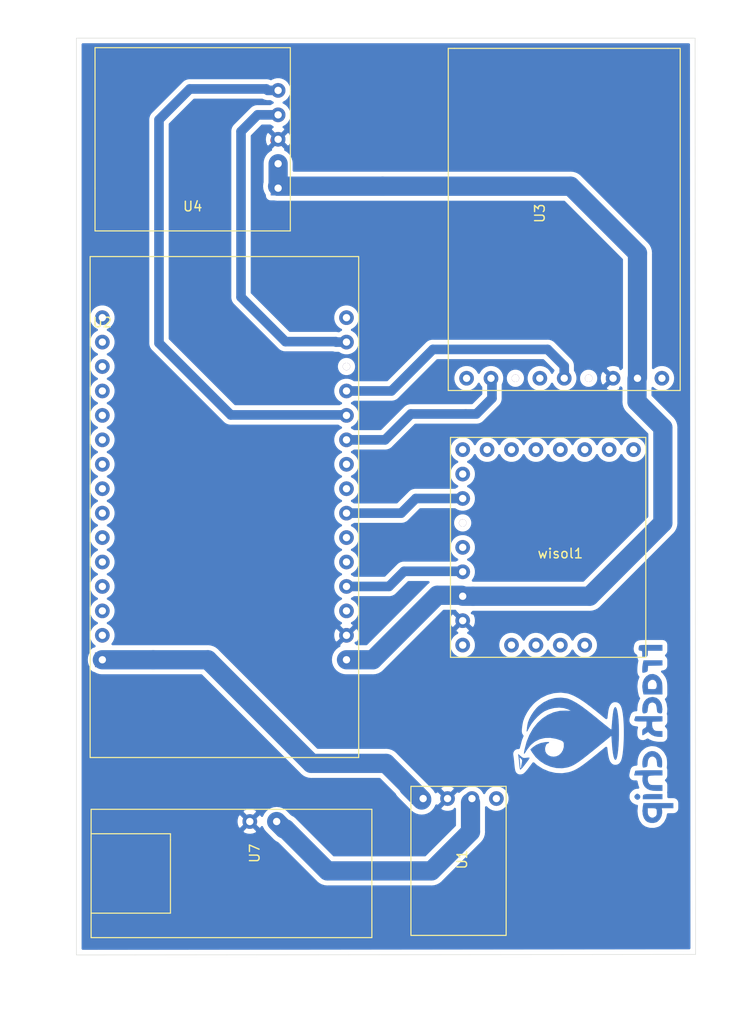
<source format=kicad_pcb>
(kicad_pcb (version 20171130) (host pcbnew "(5.1.4)-1")

  (general
    (thickness 1.6)
    (drawings 4)
    (tracks 61)
    (zones 0)
    (modules 7)
    (nets 11)
  )

  (page A4)
  (layers
    (0 F.Cu signal)
    (31 B.Cu signal)
    (32 B.Adhes user)
    (33 F.Adhes user)
    (34 B.Paste user)
    (35 F.Paste user)
    (36 B.SilkS user)
    (37 F.SilkS user)
    (38 B.Mask user)
    (39 F.Mask user)
    (40 Dwgs.User user)
    (41 Cmts.User user)
    (42 Eco1.User user)
    (43 Eco2.User user)
    (44 Edge.Cuts user)
    (45 Margin user)
    (46 B.CrtYd user)
    (47 F.CrtYd user)
    (48 B.Fab user)
    (49 F.Fab user)
  )

  (setup
    (last_trace_width 1)
    (user_trace_width 1)
    (user_trace_width 2)
    (trace_clearance 0.2)
    (zone_clearance 0.508)
    (zone_45_only no)
    (trace_min 0.2)
    (via_size 0.8)
    (via_drill 0.4)
    (via_min_size 0.4)
    (via_min_drill 0.3)
    (uvia_size 0.3)
    (uvia_drill 0.1)
    (uvias_allowed no)
    (uvia_min_size 0.2)
    (uvia_min_drill 0.1)
    (edge_width 0.05)
    (segment_width 0.2)
    (pcb_text_width 0.3)
    (pcb_text_size 1.5 1.5)
    (mod_edge_width 0.12)
    (mod_text_size 1 1)
    (mod_text_width 0.15)
    (pad_size 0.77 0.77)
    (pad_drill 0.762)
    (pad_to_mask_clearance 0.051)
    (solder_mask_min_width 0.25)
    (aux_axis_origin 0 0)
    (visible_elements 7FFFFFFF)
    (pcbplotparams
      (layerselection 0x010c0_ffffffff)
      (usegerberextensions false)
      (usegerberattributes true)
      (usegerberadvancedattributes true)
      (creategerberjobfile true)
      (excludeedgelayer true)
      (linewidth 0.100000)
      (plotframeref false)
      (viasonmask false)
      (mode 1)
      (useauxorigin false)
      (hpglpennumber 1)
      (hpglpenspeed 20)
      (hpglpendiameter 15.000000)
      (psnegative false)
      (psa4output false)
      (plotreference true)
      (plotvalue true)
      (plotinvisibletext false)
      (padsonsilk false)
      (subtractmaskfromsilk false)
      (outputformat 1)
      (mirror false)
      (drillshape 0)
      (scaleselection 1)
      (outputdirectory "gerbers/"))
  )

  (net 0 "")
  (net 1 GND)
  (net 2 VBAT)
  (net 3 SDA)
  (net 4 SCL)
  (net 5 EN_GPS)
  (net 6 3V3)
  (net 7 RST_WSL)
  (net 8 5V)
  (net 9 MCU_TX2)
  (net 10 GPS_TX0)

  (net_class Default "Ceci est la Netclass par défaut."
    (clearance 0.2)
    (trace_width 0.25)
    (via_dia 0.8)
    (via_drill 0.4)
    (uvia_dia 0.3)
    (uvia_drill 0.1)
    (add_net 3V3)
    (add_net 5V)
    (add_net EN_GPS)
    (add_net GND)
    (add_net GPS_TX0)
    (add_net MCU_TX2)
    (add_net RST_WSL)
    (add_net SCL)
    (add_net SDA)
    (add_net VBAT)
  )

  (module track_chip:logo (layer F.Cu) (tedit 6023E6AC) (tstamp 602AD20C)
    (at 164.592 127.254 90)
    (fp_text reference G*** (at -3.175 -12.065 90) (layer F.SilkS) hide
      (effects (font (size 1.524 1.524) (thickness 0.3)))
    )
    (fp_text value LOGO (at -3.81 -8.89 90) (layer F.SilkS) hide
      (effects (font (size 1.524 1.524) (thickness 0.3)))
    )
    (fp_poly (pts (xy -2.651507 -3.561371) (xy -2.996287 -3.444732) (xy -3.262266 -3.258806) (xy -3.400053 -3.070652)
      (xy -3.494222 -2.76749) (xy -3.501598 -2.441851) (xy -3.424164 -2.143381) (xy -3.358276 -2.025516)
      (xy -3.111718 -1.779703) (xy -2.790491 -1.612878) (xy -2.43666 -1.543817) (xy -2.289342 -1.548387)
      (xy -1.971842 -1.581517) (xy -1.971842 -0.381) (xy -1.437105 -0.381) (xy -1.437105 -3.048)
      (xy -1.971842 -3.048) (xy -1.971842 -2.608792) (xy -1.977418 -2.35899) (xy -2.009666 -2.209634)
      (xy -2.09187 -2.134211) (xy -2.24731 -2.106208) (xy -2.418175 -2.100514) (xy -2.624406 -2.115481)
      (xy -2.761911 -2.185497) (xy -2.835938 -2.262814) (xy -2.9565 -2.486055) (xy -2.944368 -2.700809)
      (xy -2.810406 -2.892137) (xy -2.670786 -2.993434) (xy -2.498447 -3.039409) (xy -2.309091 -3.048)
      (xy -1.971842 -3.048) (xy -1.437105 -3.048) (xy -1.437105 -3.483496) (xy -1.817347 -3.558488)
      (xy -2.250877 -3.601647) (xy -2.651507 -3.561371)) (layer B.Cu) (width 0.01))
    (fp_poly (pts (xy 14.472387 -3.980443) (xy 14.410763 -3.883073) (xy 14.404474 -3.81) (xy 14.398301 -3.701095)
      (xy 14.357845 -3.64441) (xy 14.250201 -3.622896) (xy 14.042464 -3.619501) (xy 14.036842 -3.6195)
      (xy 13.835473 -3.612879) (xy 13.70194 -3.5958) (xy 13.669211 -3.579243) (xy 13.686815 -3.497936)
      (xy 13.73066 -3.345009) (xy 13.746633 -3.293493) (xy 13.804117 -3.140034) (xy 13.878768 -3.069107)
      (xy 14.018135 -3.048959) (xy 14.114265 -3.048) (xy 14.404474 -3.048) (xy 14.404474 -1.524)
      (xy 15.006053 -1.524) (xy 15.006053 -2.723094) (xy 15.005638 -3.140512) (xy 15.00298 -3.448348)
      (xy 14.995964 -3.664017) (xy 14.982472 -3.804938) (xy 14.960387 -3.888528) (xy 14.927592 -3.932204)
      (xy 14.881971 -3.953382) (xy 14.855658 -3.960477) (xy 14.614622 -4.004223) (xy 14.472387 -3.980443)) (layer B.Cu) (width 0.01))
    (fp_poly (pts (xy 12.21943 -3.612401) (xy 12.120267 -3.587286) (xy 12.119239 -3.58636) (xy 12.112974 -3.509986)
      (xy 12.139835 -3.359665) (xy 12.154492 -3.303586) (xy 12.206551 -3.14965) (xy 12.278265 -3.073733)
      (xy 12.414638 -3.043587) (xy 12.529158 -3.035101) (xy 12.833685 -3.01625) (xy 12.852516 -2.270125)
      (xy 12.871348 -1.524) (xy 13.401842 -1.524) (xy 13.401842 -3.477424) (xy 13.104875 -3.548462)
      (xy 12.892302 -3.585949) (xy 12.646501 -3.610154) (xy 12.408525 -3.619497) (xy 12.21943 -3.612401)) (layer B.Cu) (width 0.01))
    (fp_poly (pts (xy 10.219853 -3.562855) (xy 10.156178 -3.548462) (xy 9.859211 -3.477424) (xy 9.859211 -1.524)
      (xy 10.483698 -1.524) (xy 10.806209 -1.529319) (xy 11.036095 -1.549614) (xy 11.21412 -1.591397)
      (xy 11.381045 -1.661177) (xy 11.399252 -1.670224) (xy 11.686254 -1.877916) (xy 11.883976 -2.152849)
      (xy 11.980175 -2.466485) (xy 11.979403 -2.480728) (xy 11.390053 -2.480728) (xy 11.289768 -2.289093)
      (xy 11.22046 -2.227109) (xy 11.001316 -2.12511) (xy 10.754478 -2.099992) (xy 10.537436 -2.1558)
      (xy 10.503208 -2.176648) (xy 10.435789 -2.252069) (xy 10.4053 -2.378533) (xy 10.404572 -2.590303)
      (xy 10.40688 -2.637023) (xy 10.427369 -3.01625) (xy 10.744269 -3.035581) (xy 10.961233 -3.035516)
      (xy 11.107049 -2.990669) (xy 11.228874 -2.895593) (xy 11.369866 -2.691739) (xy 11.390053 -2.480728)
      (xy 11.979403 -2.480728) (xy 11.962609 -2.790285) (xy 11.927216 -2.900992) (xy 11.739464 -3.206295)
      (xy 11.459406 -3.43078) (xy 11.102488 -3.568799) (xy 10.684155 -3.614706) (xy 10.219853 -3.562855)) (layer B.Cu) (width 0.01))
    (fp_poly (pts (xy 8.092827 -3.606531) (xy 7.940591 -3.563113) (xy 7.881433 -3.474291) (xy 7.895681 -3.326082)
      (xy 7.903543 -3.295612) (xy 7.946444 -3.170329) (xy 8.013492 -3.101022) (xy 8.14329 -3.064577)
      (xy 8.325805 -3.042781) (xy 8.607671 -3.006062) (xy 8.788843 -2.95586) (xy 8.902303 -2.877438)
      (xy 8.981034 -2.756057) (xy 8.984775 -2.748336) (xy 9.030475 -2.570678) (xy 8.987709 -2.407142)
      (xy 8.913097 -2.278341) (xy 8.804162 -2.194773) (xy 8.628687 -2.141523) (xy 8.354461 -2.10368)
      (xy 8.325805 -2.10072) (xy 8.114829 -2.073994) (xy 7.998569 -2.033544) (xy 7.938421 -1.956257)
      (xy 7.903543 -1.847889) (xy 7.879278 -1.688771) (xy 7.925242 -1.591299) (xy 8.061103 -1.541491)
      (xy 8.306534 -1.525363) (xy 8.357811 -1.524973) (xy 8.77424 -1.583982) (xy 8.992271 -1.666875)
      (xy 9.306919 -1.874326) (xy 9.504202 -2.141072) (xy 9.588106 -2.473131) (xy 9.591842 -2.57175)
      (xy 9.531252 -2.917157) (xy 9.360028 -3.207945) (xy 9.093989 -3.430693) (xy 8.748957 -3.571983)
      (xy 8.357811 -3.618528) (xy 8.092827 -3.606531)) (layer B.Cu) (width 0.01))
    (fp_poly (pts (xy 7.092195 -4.384944) (xy 7.062352 -4.248307) (xy 7.052663 -4.013467) (xy 7.051842 -3.81)
      (xy 7.051842 -3.175) (xy 6.761579 -3.175) (xy 6.570553 -3.186127) (xy 6.456691 -3.239401)
      (xy 6.364098 -3.364665) (xy 6.345326 -3.39725) (xy 6.256866 -3.532587) (xy 6.160318 -3.597828)
      (xy 6.004859 -3.618224) (xy 5.897975 -3.6195) (xy 5.707436 -3.616015) (xy 5.624325 -3.595257)
      (xy 5.622397 -3.541777) (xy 5.655284 -3.476625) (xy 5.753415 -3.316788) (xy 5.856444 -3.16749)
      (xy 5.935232 -3.04784) (xy 5.931382 -2.972884) (xy 5.841061 -2.884729) (xy 5.837526 -2.88174)
      (xy 5.645699 -2.645492) (xy 5.511988 -2.326935) (xy 5.451203 -1.963912) (xy 5.4491 -1.889125)
      (xy 5.447632 -1.524) (xy 6.049211 -1.524) (xy 6.049211 -1.905) (xy 6.061304 -2.150019)
      (xy 6.10428 -2.308136) (xy 6.181195 -2.411385) (xy 6.427054 -2.557404) (xy 6.740959 -2.598794)
      (xy 6.826529 -2.592584) (xy 7.018421 -2.57175) (xy 7.057249 -1.524) (xy 7.586579 -1.524)
      (xy 7.586579 -4.321144) (xy 7.415123 -4.383072) (xy 7.257331 -4.434582) (xy 7.153438 -4.441121)
      (xy 7.092195 -4.384944)) (layer B.Cu) (width 0.01))
    (fp_poly (pts (xy 2.463935 -3.592041) (xy 2.304223 -3.559399) (xy 2.263301 -3.536553) (xy 2.257045 -3.46117)
      (xy 2.283421 -3.316172) (xy 2.289452 -3.293089) (xy 2.333712 -3.165115) (xy 2.403225 -3.099464)
      (xy 2.539209 -3.07165) (xy 2.677604 -3.062533) (xy 2.998622 -3.021711) (xy 3.215234 -2.931677)
      (xy 3.350499 -2.781513) (xy 3.374684 -2.732433) (xy 3.415124 -2.545361) (xy 3.371709 -2.398649)
      (xy 3.248306 -2.236187) (xy 3.050989 -2.135696) (xy 2.75541 -2.086033) (xy 2.677604 -2.080968)
      (xy 2.478561 -2.064423) (xy 2.371963 -2.025469) (xy 2.316594 -1.939621) (xy 2.289452 -1.850412)
      (xy 2.260345 -1.698166) (xy 2.265312 -1.606507) (xy 2.268899 -1.60163) (xy 2.372449 -1.567363)
      (xy 2.562358 -1.549953) (xy 2.792506 -1.549244) (xy 3.016772 -1.565083) (xy 3.189037 -1.597315)
      (xy 3.210807 -1.604786) (xy 3.547419 -1.788541) (xy 3.793272 -2.034689) (xy 3.939262 -2.322369)
      (xy 3.976285 -2.63072) (xy 3.89524 -2.938883) (xy 3.837923 -3.04186) (xy 3.623179 -3.306369)
      (xy 3.362123 -3.477278) (xy 3.124593 -3.559808) (xy 2.921542 -3.593526) (xy 2.685515 -3.603844)
      (xy 2.463935 -3.592041)) (layer B.Cu) (width 0.01))
    (fp_poly (pts (xy 1.437106 -3.5545) (xy 1.18364 -3.593004) (xy 0.841813 -3.594331) (xy 0.512547 -3.506998)
      (xy 0.245585 -3.345118) (xy 0.217599 -3.318888) (xy 0.036376 -3.097668) (xy -0.082015 -2.842422)
      (xy -0.14677 -2.523955) (xy -0.167086 -2.113066) (xy -0.167105 -2.09754) (xy -0.167105 -1.524)
      (xy 0.434474 -1.524) (xy 0.434474 -2.147932) (xy 0.43714 -2.439624) (xy 0.449079 -2.633477)
      (xy 0.476203 -2.75861) (xy 0.524424 -2.844142) (xy 0.589177 -2.909932) (xy 0.760165 -3.002062)
      (xy 0.980551 -3.046884) (xy 1.195742 -3.039997) (xy 1.351144 -2.977002) (xy 1.356895 -2.9718)
      (xy 1.398907 -2.862605) (xy 1.425734 -2.632409) (xy 1.436823 -2.28645) (xy 1.437106 -2.2098)
      (xy 1.437106 -1.524) (xy 1.971842 -1.524) (xy 1.971842 -2.917253) (xy 1.969657 -3.324592)
      (xy 1.963539 -3.687511) (xy 1.954146 -3.98737) (xy 1.942135 -4.205532) (xy 1.928163 -4.323358)
      (xy 1.921711 -4.338536) (xy 1.826643 -4.370207) (xy 1.664647 -4.408709) (xy 1.654342 -4.410828)
      (xy 1.437106 -4.455091) (xy 1.437106 -3.5545)) (layer B.Cu) (width 0.01))
    (fp_poly (pts (xy -1.036052 -1.524) (xy -0.501315 -1.524) (xy -0.501315 -2.501457) (xy -0.502361 -2.889164)
      (xy -0.50974 -3.167864) (xy -0.52982 -3.355549) (xy -0.568967 -3.470213) (xy -0.633545 -3.529847)
      (xy -0.729921 -3.552445) (xy -0.864461 -3.556) (xy -1.036052 -3.556) (xy -1.036052 -1.524)) (layer B.Cu) (width 0.01))
    (fp_poly (pts (xy -0.992271 -4.328875) (xy -1.093339 -4.154751) (xy -1.061863 -3.987563) (xy -0.997857 -3.909786)
      (xy -0.827682 -3.818467) (xy -0.656696 -3.848198) (xy -0.52859 -3.96875) (xy -0.457866 -4.093033)
      (xy -0.469305 -4.190754) (xy -0.52859 -4.28625) (xy -0.676612 -4.418604) (xy -0.841907 -4.42854)
      (xy -0.992271 -4.328875)) (layer B.Cu) (width 0.01))
    (fp_poly (pts (xy 3.681317 -15.919032) (xy 3.704087 -15.879205) (xy 3.818631 -15.794632) (xy 4.033517 -15.654844)
      (xy 4.135793 -15.589809) (xy 4.600352 -15.223909) (xy 4.956701 -14.789848) (xy 5.202018 -14.297596)
      (xy 5.333483 -13.757126) (xy 5.348275 -13.17841) (xy 5.243574 -12.571418) (xy 5.106632 -12.157587)
      (xy 5.02012 -11.959131) (xy 4.939042 -11.849176) (xy 4.83118 -11.794365) (xy 4.735396 -11.773208)
      (xy 4.407318 -11.772897) (xy 4.066303 -11.871668) (xy 3.770503 -12.047852) (xy 3.551661 -12.285319)
      (xy 3.424454 -12.556953) (xy 3.381846 -12.841909) (xy 3.416801 -13.119343) (xy 3.522285 -13.368409)
      (xy 3.691261 -13.568264) (xy 3.916694 -13.698063) (xy 4.191548 -13.736962) (xy 4.334297 -13.718238)
      (xy 4.543 -13.655158) (xy 4.69442 -13.575364) (xy 4.757875 -13.497036) (xy 4.75207 -13.470681)
      (xy 4.773428 -13.401245) (xy 4.829475 -13.339651) (xy 4.882093 -13.304972) (xy 4.909048 -13.332037)
      (xy 4.914358 -13.441385) (xy 4.902042 -13.653556) (xy 4.898971 -13.694878) (xy 4.80188 -14.200736)
      (xy 4.597749 -14.673063) (xy 4.332294 -15.042503) (xy 4.13774 -15.257756) (xy 3.840186 -15.079312)
      (xy 3.343893 -14.710185) (xy 2.924132 -14.2541) (xy 2.589585 -13.731481) (xy 2.348937 -13.162752)
      (xy 2.21087 -12.568337) (xy 2.184069 -11.968659) (xy 2.274077 -11.395717) (xy 2.339767 -11.178493)
      (xy 2.422316 -10.965569) (xy 2.53027 -10.744062) (xy 2.672174 -10.501088) (xy 2.856571 -10.223767)
      (xy 3.092008 -9.899213) (xy 3.387028 -9.514544) (xy 3.750177 -9.056878) (xy 4.167681 -8.54075)
      (xy 5.562947 -6.82625) (xy 4.853579 -6.779129) (xy 4.246729 -6.729677) (xy 3.761006 -6.670271)
      (xy 3.398994 -6.601509) (xy 3.163274 -6.523985) (xy 3.056428 -6.438298) (xy 3.064319 -6.366014)
      (xy 3.177606 -6.293198) (xy 3.406545 -6.227659) (xy 3.733265 -6.170486) (xy 4.139893 -6.122771)
      (xy 4.608556 -6.085601) (xy 5.121382 -6.060067) (xy 5.660498 -6.047259) (xy 6.208032 -6.048266)
      (xy 6.746112 -6.064177) (xy 7.256865 -6.096083) (xy 7.35411 -6.104475) (xy 7.809422 -6.157121)
      (xy 8.161048 -6.221513) (xy 8.403649 -6.294878) (xy 8.531885 -6.374437) (xy 8.540417 -6.457417)
      (xy 8.423905 -6.541042) (xy 8.289909 -6.590947) (xy 8.122906 -6.627361) (xy 7.857249 -6.667518)
      (xy 7.527682 -6.706851) (xy 7.168948 -6.740793) (xy 7.120172 -6.744713) (xy 6.788168 -6.771749)
      (xy 6.507717 -6.796389) (xy 6.303825 -6.816299) (xy 6.201497 -6.829147) (xy 6.194544 -6.83109)
      (xy 6.226774 -6.882058) (xy 6.324676 -7.012632) (xy 6.471829 -7.202182) (xy 6.651809 -7.430082)
      (xy 6.848195 -7.675705) (xy 7.044563 -7.918423) (xy 7.224492 -8.137609) (xy 7.371558 -8.312635)
      (xy 7.404028 -8.35025) (xy 7.46069 -8.4198) (xy 7.583372 -8.5731) (xy 7.757868 -8.792311)
      (xy 7.969973 -9.059592) (xy 8.162496 -9.30275) (xy 8.611992 -9.901823) (xy 8.97432 -10.450802)
      (xy 9.244337 -10.940956) (xy 9.4169 -11.363554) (xy 9.453228 -11.4935) (xy 9.531215 -12.097163)
      (xy 9.484909 -12.708734) (xy 9.320534 -13.308629) (xy 9.044312 -13.877266) (xy 8.662464 -14.395063)
      (xy 8.466903 -14.59763) (xy 8.116944 -14.890793) (xy 7.720466 -15.155768) (xy 7.317074 -15.369364)
      (xy 6.946373 -15.508393) (xy 6.884737 -15.524043) (xy 6.667071 -15.567325) (xy 6.431727 -15.60352)
      (xy 6.215063 -15.628507) (xy 6.053439 -15.638168) (xy 5.983213 -15.628384) (xy 5.982616 -15.626247)
      (xy 6.037739 -15.581644) (xy 6.183371 -15.49726) (xy 6.390285 -15.389804) (xy 6.4338 -15.368312)
      (xy 6.796322 -15.151474) (xy 7.177795 -14.857119) (xy 7.543708 -14.517462) (xy 7.85955 -14.164718)
      (xy 8.090807 -13.831102) (xy 8.101867 -13.81125) (xy 8.318772 -13.314435) (xy 8.449456 -12.789869)
      (xy 8.491596 -12.266638) (xy 8.442873 -11.773827) (xy 8.300963 -11.340524) (xy 8.299323 -11.337121)
      (xy 8.151171 -11.030775) (xy 8.177254 -11.521482) (xy 8.149606 -12.20128) (xy 7.998297 -12.850388)
      (xy 7.731204 -13.460771) (xy 7.356207 -14.024397) (xy 6.881184 -14.533233) (xy 6.314012 -14.979246)
      (xy 5.66257 -15.354404) (xy 4.934735 -15.650673) (xy 4.138387 -15.86002) (xy 3.876842 -15.906327)
      (xy 3.741757 -15.924583) (xy 3.681317 -15.919032)) (layer B.Cu) (width 0.01))
    (fp_poly (pts (xy 2.038685 -8.35025) (xy 2.072106 -8.3185) (xy 2.105527 -8.35025) (xy 2.072106 -8.382)
      (xy 2.038685 -8.35025)) (layer Eco2.User) (width 0.01))
    (fp_poly (pts (xy 3.403729 -16.491725) (xy 3.202698 -16.466608) (xy 2.928028 -16.437339) (xy 2.640264 -16.41035)
      (xy 2.385819 -16.383774) (xy 2.178821 -16.35383) (xy 2.059683 -16.326491) (xy 2.052981 -16.323555)
      (xy 2.060018 -16.264927) (xy 2.178277 -16.139664) (xy 2.406189 -15.949299) (xy 2.548538 -15.839443)
      (xy 2.850479 -15.610532) (xy 3.061456 -15.455298) (xy 3.196357 -15.369849) (xy 3.270073 -15.350293)
      (xy 3.29749 -15.392741) (xy 3.293499 -15.493299) (xy 3.272986 -15.648078) (xy 3.27271 -15.650174)
      (xy 3.251127 -15.862112) (xy 3.266464 -16.003876) (xy 3.334134 -16.130637) (xy 3.44569 -16.269428)
      (xy 3.55685 -16.400836) (xy 3.342106 -16.400836) (xy 3.186797 -16.239981) (xy 3.092947 -16.151052)
      (xy 3.005871 -16.112047) (xy 2.881156 -16.116512) (xy 2.674386 -16.157992) (xy 2.653814 -16.16253)
      (xy 2.441136 -16.202783) (xy 2.282505 -16.220454) (xy 2.224255 -16.215469) (xy 2.175213 -16.232014)
      (xy 2.172369 -16.252253) (xy 2.230806 -16.298171) (xy 2.373144 -16.319818) (xy 2.389606 -16.320052)
      (xy 2.584068 -16.327851) (xy 2.837051 -16.3471) (xy 2.974474 -16.36072) (xy 3.342106 -16.400836)
      (xy 3.55685 -16.400836) (xy 3.665879 -16.529724) (xy 3.403729 -16.491725)) (layer B.Cu) (width 0.01))
  )

  (module track_chip:charger_mr010 (layer F.Cu) (tedit 60215261) (tstamp 6022B153)
    (at 122.682 130.6068 270)
    (path /60216DFB)
    (fp_text reference U7 (at 3.302 2.032 90) (layer F.SilkS)
      (effects (font (size 1 1) (thickness 0.15)))
    )
    (fp_text value charger_mr010 (at 0 -2.032 90) (layer F.Fab)
      (effects (font (size 1 1) (thickness 0.15)))
    )
    (fp_line (start -1.27 0) (end -1.27 -10.16) (layer F.SilkS) (width 0.12))
    (fp_line (start -1.27 -10.16) (end 12.065 -10.16) (layer F.SilkS) (width 0.12))
    (fp_line (start 12.065 -10.16) (end 12.065 0) (layer F.SilkS) (width 0.12))
    (fp_line (start -1.27 0) (end -1.27 19.05) (layer F.SilkS) (width 0.12))
    (fp_line (start -1.27 19.05) (end 12.065 19.05) (layer F.SilkS) (width 0.12))
    (fp_line (start 12.065 19.05) (end 12.065 0) (layer F.SilkS) (width 0.12))
    (fp_line (start 1.905 10.795) (end 9.525 10.795) (layer F.SilkS) (width 0.12))
    (fp_line (start 9.525 10.795) (end 9.525 19.05) (layer F.SilkS) (width 0.12))
    (fp_line (start 1.27 10.795) (end 1.905 10.795) (layer F.SilkS) (width 0.12))
    (fp_line (start 1.27 10.795) (end 1.27 19.05) (layer F.SilkS) (width 0.12))
    (pad 1 thru_hole circle (at 0 -0.254 270) (size 1.524 1.524) (drill 0.762) (layers *.Cu *.Mask)
      (net 2 VBAT))
    (pad 2 thru_hole circle (at 0 2.54 270) (size 1.524 1.524) (drill 0.762) (layers *.Cu *.Mask)
      (net 1 GND))
  )

  (module track_chip:polulu (layer F.Cu) (tedit 60213B94) (tstamp 60242412)
    (at 145.796 128.2192 270)
    (path /602554CA)
    (fp_text reference U1 (at 6.35 3.556 90) (layer F.SilkS)
      (effects (font (size 1 1) (thickness 0.15)))
    )
    (fp_text value polulu (at 6.35 -2.286 90) (layer F.Fab)
      (effects (font (size 1 1) (thickness 0.15)))
    )
    (fp_line (start -1.27 -1.016) (end -1.016 -1.016) (layer F.SilkS) (width 0.12))
    (fp_line (start -1.27 8.89) (end -1.27 -1.016) (layer F.SilkS) (width 0.12))
    (fp_line (start 14.224 8.89) (end -1.27 8.89) (layer F.SilkS) (width 0.12))
    (fp_line (start 14.224 -1.016) (end 14.224 8.89) (layer F.SilkS) (width 0.12))
    (fp_line (start -1.016 -1.016) (end 14.224 -1.016) (layer F.SilkS) (width 0.12))
    (pad 4 thru_hole circle (at 0 7.62 270) (size 1.524 1.524) (drill 0.762) (layers *.Cu *.Mask)
      (net 8 5V))
    (pad 3 thru_hole circle (at 0 5.08 270) (size 1.524 1.524) (drill 0.762) (layers *.Cu *.Mask)
      (net 1 GND))
    (pad 2 thru_hole circle (at 0 2.54 270) (size 1.524 1.524) (drill 0.762) (layers *.Cu *.Mask)
      (net 2 VBAT))
    (pad 1 thru_hole circle (at 0 0 270) (size 1.524 1.524) (drill 0.762) (layers *.Cu *.Mask))
  )

  (module track_chip:GPS_PA6H (layer F.Cu) (tedit 602A7CC5) (tstamp 60241757)
    (at 142.6972 84.5312 90)
    (path /60213494)
    (fp_text reference U3 (at 17.145 7.62 90) (layer F.SilkS)
      (effects (font (size 1 1) (thickness 0.15)))
    )
    (fp_text value GPS_PA6H (at 17.145 3.81 90) (layer F.Fab)
      (effects (font (size 1 1) (thickness 0.15)))
    )
    (fp_line (start -1.27 -0.635) (end -1.27 -1.905) (layer F.SilkS) (width 0.12))
    (fp_line (start 34.29 22.225) (end 34.29 20.955) (layer F.SilkS) (width 0.12))
    (fp_line (start 34.29 -1.905) (end 34.29 -1.27) (layer F.SilkS) (width 0.12))
    (fp_line (start -1.27 -0.635) (end -1.27 22.225) (layer F.SilkS) (width 0.12))
    (fp_line (start -1.27 22.225) (end 34.29 22.225) (layer F.SilkS) (width 0.12))
    (fp_line (start 34.29 -1.27) (end 34.29 20.955) (layer F.SilkS) (width 0.12))
    (fp_line (start -1.27 -1.905) (end 34.29 -1.905) (layer F.SilkS) (width 0.12))
    (pad 9 thru_hole circle (at 0 20.32 90) (size 1.524 1.524) (drill 0.762) (layers *.Cu *.Mask))
    (pad 8 thru_hole circle (at 0 17.78 90) (size 1.524 1.524) (drill 0.762) (layers *.Cu *.Mask)
      (net 6 3V3))
    (pad 7 thru_hole circle (at 0 15.24 90) (size 1.524 1.524) (drill 0.762) (layers *.Cu *.Mask)
      (net 1 GND))
    (pad 6 thru_hole circle (at 0 12.7 90) (size 0.77 0.77) (drill 0.762) (layers *.Cu *.Mask))
    (pad 5 thru_hole circle (at 0 10.16 90) (size 1.524 1.524) (drill 0.762) (layers *.Cu *.Mask)
      (net 10 GPS_TX0))
    (pad 4 thru_hole circle (at 0 7.62 90) (size 1.524 1.524) (drill 0.762) (layers *.Cu *.Mask))
    (pad 3 thru_hole circle (at 0 5.08 90) (size 0.77 0.77) (drill 0.762) (layers *.Cu *.Mask))
    (pad 2 thru_hole circle (at 0 2.54 90) (size 1.524 1.524) (drill 0.762) (layers *.Cu *.Mask)
      (net 5 EN_GPS))
    (pad 1 thru_hole circle (at 0 0 90) (size 1.524 1.524) (drill 0.762) (layers *.Cu *.Mask))
  )

  (module track_chip:esp32 (layer F.Cu) (tedit 602A7C94) (tstamp 6021A644)
    (at 104.8004 78.232)
    (path /6021AB3C)
    (fp_text reference U2 (at 0 0.5) (layer F.SilkS)
      (effects (font (size 1 1) (thickness 0.15)))
    )
    (fp_text value esp32_NodeMCU-track_chip (at 0 -0.5) (layer F.Fab)
      (effects (font (size 1 1) (thickness 0.15)))
    )
    (fp_line (start -1.27 -6.35) (end 26.67 -6.35) (layer F.SilkS) (width 0.12))
    (fp_line (start -1.27 -6.35) (end -1.27 35.56) (layer F.SilkS) (width 0.12))
    (fp_line (start 26.67 -6.35) (end 26.67 35.56) (layer F.SilkS) (width 0.12))
    (fp_line (start 26.67 35.56) (end 26.67 45.72) (layer F.SilkS) (width 0.12))
    (fp_line (start 26.67 45.72) (end -1.27 45.72) (layer F.SilkS) (width 0.12))
    (fp_line (start -1.27 45.72) (end -1.27 35.56) (layer F.SilkS) (width 0.12))
    (pad 1 thru_hole circle (at 0 0) (size 1.524 1.524) (drill 0.762) (layers *.Cu *.Mask))
    (pad 2 thru_hole circle (at 0 2.54) (size 1.524 1.524) (drill 0.762) (layers *.Cu *.Mask))
    (pad 3 thru_hole circle (at 0 5.08) (size 1.524 1.524) (drill 0.762) (layers *.Cu *.Mask))
    (pad 4 thru_hole circle (at 0 7.62) (size 1.524 1.524) (drill 0.762) (layers *.Cu *.Mask))
    (pad 5 thru_hole circle (at 0 10.16) (size 1.524 1.524) (drill 0.762) (layers *.Cu *.Mask))
    (pad 6 thru_hole circle (at 0 12.7) (size 1.524 1.524) (drill 0.762) (layers *.Cu *.Mask))
    (pad 7 thru_hole circle (at 0 15.24) (size 1.524 1.524) (drill 0.762) (layers *.Cu *.Mask))
    (pad 8 thru_hole circle (at 0 17.78) (size 1.524 1.524) (drill 0.762) (layers *.Cu *.Mask))
    (pad 9 thru_hole circle (at 0 20.32) (size 1.524 1.524) (drill 0.762) (layers *.Cu *.Mask))
    (pad 10 thru_hole circle (at 0 22.86) (size 1.524 1.524) (drill 0.762) (layers *.Cu *.Mask))
    (pad 11 thru_hole circle (at 0 25.4) (size 1.524 1.524) (drill 0.762) (layers *.Cu *.Mask))
    (pad 12 thru_hole circle (at 0 27.94) (size 1.524 1.524) (drill 0.762) (layers *.Cu *.Mask))
    (pad 13 thru_hole circle (at 0 30.48) (size 1.524 1.524) (drill 0.762) (layers *.Cu *.Mask))
    (pad 15 thru_hole rect (at 0 35.56) (size 1.524 1.524) (drill 0.762) (layers *.Cu *.Mask)
      (net 8 5V))
    (pad 16 thru_hole circle (at 25.4 35.56) (size 1.524 1.524) (drill 0.762) (layers *.Cu *.Mask)
      (net 6 3V3))
    (pad 17 thru_hole circle (at 25.4 33.02) (size 1.524 1.524) (drill 0.762) (layers *.Cu *.Mask)
      (net 1 GND))
    (pad 18 thru_hole circle (at 25.4 30.48) (size 1.524 1.524) (drill 0.762) (layers *.Cu *.Mask))
    (pad 19 thru_hole circle (at 25.4 27.94) (size 1.524 1.524) (drill 0.762) (layers *.Cu *.Mask)
      (net 7 RST_WSL))
    (pad 20 thru_hole circle (at 25.4 25.4) (size 1.524 1.524) (drill 0.762) (layers *.Cu *.Mask))
    (pad 21 thru_hole circle (at 25.4 22.86) (size 1.524 1.524) (drill 0.762) (layers *.Cu *.Mask))
    (pad 22 thru_hole circle (at 25.4 20.32) (size 1.524 1.524) (drill 0.762) (layers *.Cu *.Mask)
      (net 9 MCU_TX2))
    (pad 23 thru_hole circle (at 25.4 17.78) (size 1.524 1.524) (drill 0.762) (layers *.Cu *.Mask))
    (pad 24 thru_hole circle (at 25.4 15.24) (size 1.524 1.524) (drill 0.762) (layers *.Cu *.Mask))
    (pad 25 thru_hole circle (at 25.4 12.7) (size 1.524 1.524) (drill 0.762) (layers *.Cu *.Mask)
      (net 5 EN_GPS))
    (pad 26 thru_hole circle (at 25.4 10.16) (size 1.524 1.524) (drill 0.762) (layers *.Cu *.Mask)
      (net 3 SDA))
    (pad 27 thru_hole circle (at 25.4 7.62) (size 1.524 1.524) (drill 0.762) (layers *.Cu *.Mask)
      (net 10 GPS_TX0))
    (pad 28 thru_hole circle (at 25.4 5.08) (size 0.77 0.77) (drill 0.762) (layers *.Cu *.Mask))
    (pad 14 thru_hole circle (at 0 33.02) (size 1.524 1.524) (drill 0.762) (layers *.Cu *.Mask))
    (pad 29 thru_hole circle (at 25.4 2.54) (size 1.524 1.524) (drill 0.762) (layers *.Cu *.Mask)
      (net 4 SCL))
    (pad 30 thru_hole circle (at 25.4 0) (size 1.524 1.524) (drill 0.762) (layers *.Cu *.Mask))
  )

  (module track_chip:bmp180 (layer F.Cu) (tedit 60210CF6) (tstamp 60240FF5)
    (at 123.0884 64.77 180)
    (path /6021BEE0)
    (fp_text reference U4 (at 8.89 -1.905) (layer F.SilkS)
      (effects (font (size 1 1) (thickness 0.15)))
    )
    (fp_text value bmp180-track_chip (at 8.255 0) (layer F.Fab)
      (effects (font (size 1 1) (thickness 0.15)))
    )
    (fp_line (start -1.27 10.16) (end -1.27 14.605) (layer F.SilkS) (width 0.12))
    (fp_line (start -1.27 14.605) (end 19.05 14.605) (layer F.SilkS) (width 0.12))
    (fp_line (start 19.05 14.605) (end 19.05 0) (layer F.SilkS) (width 0.12))
    (fp_line (start 19.05 0) (end 19.05 -4.445) (layer F.SilkS) (width 0.12))
    (fp_line (start 19.05 -4.445) (end -1.27 -4.445) (layer F.SilkS) (width 0.12))
    (fp_line (start -1.27 -4.445) (end -1.27 10.16) (layer F.SilkS) (width 0.12))
    (pad 1 thru_hole rect (at 0 0 180) (size 1.524 1.524) (drill 0.762) (layers *.Cu *.Mask)
      (net 6 3V3))
    (pad 2 thru_hole circle (at 0 2.54 180) (size 1.524 1.524) (drill 0.762) (layers *.Cu *.Mask)
      (net 6 3V3))
    (pad 3 thru_hole circle (at 0 5.08 180) (size 1.524 1.524) (drill 0.762) (layers *.Cu *.Mask)
      (net 1 GND))
    (pad 4 thru_hole circle (at 0 7.62 180) (size 1.524 1.524) (drill 0.762) (layers *.Cu *.Mask)
      (net 4 SCL))
    (pad 5 thru_hole circle (at 0 10.16 180) (size 1.524 1.524) (drill 0.762) (layers *.Cu *.Mask)
      (net 3 SDA))
  )

  (module track_chip:BRWS01 (layer F.Cu) (tedit 6023E53D) (tstamp 60240E1A)
    (at 142.2908 94.488)
    (path /6023C08F)
    (fp_text reference wisol1 (at 10.16 8.255) (layer F.SilkS)
      (effects (font (size 1 1) (thickness 0.15)))
    )
    (fp_text value brkws01 (at 9.525 2.54) (layer F.Fab)
      (effects (font (size 1 1) (thickness 0.15)))
    )
    (fp_line (start -1.27 -3.81) (end 19.05 -3.81) (layer F.SilkS) (width 0.12))
    (fp_line (start -1.27 19.05) (end 19.05 19.05) (layer F.SilkS) (width 0.12))
    (fp_line (start 19.05 -3.81) (end 19.05 19.05) (layer F.SilkS) (width 0.12))
    (fp_line (start -1.27 -3.81) (end -1.27 19.05) (layer F.SilkS) (width 0.12))
    (pad 1 thru_hole circle (at 0 0) (size 1.524 1.524) (drill 0.762) (layers *.Cu *.Mask))
    (pad 2 thru_hole circle (at 0 2.54) (size 1.524 1.524) (drill 0.762) (layers *.Cu *.Mask)
      (net 9 MCU_TX2))
    (pad 3 thru_hole circle (at 0 5.08) (size 0.77 0.77) (drill 0.762) (layers *.Cu *.Mask))
    (pad 4 thru_hole circle (at 0 7.62) (size 1.524 1.524) (drill 0.762) (layers *.Cu *.Mask))
    (pad 5 thru_hole circle (at 0 10.16) (size 1.524 1.524) (drill 0.762) (layers *.Cu *.Mask)
      (net 7 RST_WSL))
    (pad 6 thru_hole circle (at 0 12.7) (size 1.524 1.524) (drill 0.762) (layers *.Cu *.Mask)
      (net 6 3V3))
    (pad 7 thru_hole circle (at 0 15.24) (size 1.524 1.524) (drill 0.762) (layers *.Cu *.Mask)
      (net 1 GND))
    (pad 8 thru_hole circle (at 0 17.78) (size 1.524 1.524) (drill 0.762) (layers *.Cu *.Mask))
    (pad 9 thru_hole circle (at 5.08 17.78) (size 1.524 1.524) (drill 0.762) (layers *.Cu *.Mask))
    (pad 10 thru_hole circle (at 7.62 17.78) (size 1.524 1.524) (drill 0.762) (layers *.Cu *.Mask))
    (pad 11 thru_hole circle (at 10.16 17.78) (size 1.524 1.524) (drill 0.762) (layers *.Cu *.Mask))
    (pad 12 thru_hole circle (at 12.7 17.78) (size 1.524 1.524) (drill 0.762) (layers *.Cu *.Mask))
    (pad 13 thru_hole circle (at 17.78 -2.54) (size 1.524 1.524) (drill 0.762) (layers *.Cu *.Mask))
    (pad 14 thru_hole circle (at 15.24 -2.54) (size 1.524 1.524) (drill 0.762) (layers *.Cu *.Mask))
    (pad 15 thru_hole circle (at 12.7 -2.54) (size 1.524 1.524) (drill 0.762) (layers *.Cu *.Mask))
    (pad 16 thru_hole circle (at 10.16 -2.54) (size 1.524 1.524) (drill 0.762) (layers *.Cu *.Mask))
    (pad 17 thru_hole circle (at 7.62 -2.54) (size 1.524 1.524) (drill 0.762) (layers *.Cu *.Mask))
    (pad 18 thru_hole circle (at 5.08 -2.54) (size 1.524 1.524) (drill 0.762) (layers *.Cu *.Mask))
    (pad 19 thru_hole circle (at 2.54 -2.54) (size 1.524 1.524) (drill 0.762) (layers *.Cu *.Mask))
    (pad 20 thru_hole circle (at 0 -2.54) (size 1.524 1.524) (drill 0.762) (layers *.Cu *.Mask))
  )

  (gr_line (start 102.108 144.4752) (end 166.5224 144.4244) (layer Edge.Cuts) (width 0.05))
  (gr_line (start 102.108 49.1744) (end 166.4716 49.1744) (layer Edge.Cuts) (width 0.05))
  (gr_line (start 166.4716 49.1744) (end 166.5224 144.4244) (layer Edge.Cuts) (width 0.05) (tstamp 60243293))
  (gr_line (start 102.108 49.1744) (end 102.108 144.4752) (layer Edge.Cuts) (width 0.05) (tstamp 6024328F))

  (segment (start 123.0884 59.7916) (end 122.7836 59.7916) (width 1) (layer F.Cu) (net 1))
  (segment (start 123.697999 131.368799) (end 123.850399 131.368799) (width 2) (layer B.Cu) (net 2))
  (segment (start 122.936 130.6068) (end 123.697999 131.368799) (width 2) (layer B.Cu) (net 2))
  (segment (start 123.850399 131.368799) (end 128.2192 135.7376) (width 2) (layer B.Cu) (net 2))
  (segment (start 128.2192 135.7376) (end 139.0396 135.7376) (width 2) (layer B.Cu) (net 2))
  (segment (start 139.0396 135.7376) (end 143.1036 131.6736) (width 2) (layer B.Cu) (net 2))
  (segment (start 143.1036 131.6736) (end 143.1036 128.6256) (width 2) (layer B.Cu) (net 2))
  (segment (start 122.01077 54.61) (end 121.85837 54.4576) (width 1) (layer B.Cu) (net 3))
  (segment (start 123.0884 54.61) (end 122.01077 54.61) (width 1) (layer B.Cu) (net 3))
  (segment (start 113.8936 54.4576) (end 121.85837 54.4576) (width 1) (layer B.Cu) (net 3))
  (segment (start 110.6932 57.658) (end 113.8936 54.4576) (width 1) (layer B.Cu) (net 3))
  (segment (start 110.6932 80.8736) (end 110.6932 57.658) (width 1) (layer B.Cu) (net 3))
  (segment (start 130.2512 88.3412) (end 118.1608 88.3412) (width 1) (layer B.Cu) (net 3))
  (segment (start 118.1608 88.3412) (end 110.6932 80.8736) (width 1) (layer B.Cu) (net 3))
  (segment (start 123.0884 57.15) (end 120.9548 57.15) (width 1) (layer B.Cu) (net 4))
  (segment (start 120.9548 57.15) (end 119.2276 58.8772) (width 1) (layer B.Cu) (net 4))
  (segment (start 119.2276 58.8772) (end 119.2276 76.0984) (width 1) (layer B.Cu) (net 4))
  (segment (start 129.12277 80.772) (end 129.07197 80.7212) (width 1) (layer B.Cu) (net 4))
  (segment (start 130.2004 80.772) (end 129.12277 80.772) (width 1) (layer B.Cu) (net 4))
  (segment (start 123.8504 80.7212) (end 119.2276 76.0984) (width 1) (layer B.Cu) (net 4))
  (segment (start 129.07197 80.7212) (end 123.8504 80.7212) (width 1) (layer B.Cu) (net 4))
  (segment (start 130.2004 90.932) (end 131.27803 90.932) (width 1) (layer B.Cu) (net 5))
  (segment (start 136.906 88.2396) (end 134.2136 90.932) (width 1) (layer B.Cu) (net 5))
  (segment (start 142.60643 88.2396) (end 136.906 88.2396) (width 1) (layer B.Cu) (net 5))
  (segment (start 131.27803 90.932) (end 134.2136 90.932) (width 1) (layer B.Cu) (net 5))
  (segment (start 142.60643 88.2396) (end 143.7132 88.2396) (width 1) (layer B.Cu) (net 5))
  (segment (start 143.7132 88.2396) (end 145.3388 86.614) (width 1) (layer B.Cu) (net 5))
  (segment (start 145.3388 86.614) (end 145.3388 84.4804) (width 1) (layer B.Cu) (net 5))
  (segment (start 145.3388 84.4804) (end 145.288 84.4296) (width 1) (layer B.Cu) (net 5))
  (segment (start 123.0884 62.23) (end 123.0884 64.516) (width 2) (layer B.Cu) (net 6))
  (segment (start 123.0884 64.516) (end 123.0376 64.5668) (width 2) (layer B.Cu) (net 6))
  (segment (start 123.0376 64.5668) (end 133.9596 64.5668) (width 2) (layer B.Cu) (net 6))
  (segment (start 133.9596 64.5668) (end 153.5176 64.5668) (width 2) (layer B.Cu) (net 6))
  (segment (start 153.5176 64.5668) (end 160.4772 71.5264) (width 2) (layer B.Cu) (net 6))
  (segment (start 160.4772 71.5264) (end 160.4772 84.4804) (width 2) (layer B.Cu) (net 6))
  (segment (start 130.2004 113.792) (end 132.9436 113.792) (width 2) (layer B.Cu) (net 6))
  (segment (start 132.9436 113.792) (end 139.6492 107.0864) (width 2) (layer B.Cu) (net 6))
  (segment (start 139.6492 107.0864) (end 142.1892 107.0864) (width 2) (layer B.Cu) (net 6))
  (segment (start 142.2908 107.188) (end 143.36843 107.188) (width 2) (layer B.Cu) (net 6))
  (segment (start 143.36843 107.188) (end 155.4988 107.188) (width 2) (layer B.Cu) (net 6))
  (segment (start 155.4988 107.188) (end 163.1188 99.568) (width 2) (layer B.Cu) (net 6))
  (segment (start 163.1188 99.568) (end 163.1188 89.662) (width 2) (layer B.Cu) (net 6))
  (segment (start 163.1188 89.662) (end 160.4264 86.9696) (width 2) (layer B.Cu) (net 6))
  (segment (start 160.4264 86.9696) (end 160.4264 84.582) (width 2) (layer B.Cu) (net 6))
  (segment (start 130.2004 106.172) (end 134.62 106.172) (width 1) (layer B.Cu) (net 7))
  (segment (start 134.62 106.172) (end 136.1948 104.5972) (width 1) (layer B.Cu) (net 7))
  (segment (start 136.1948 104.5972) (end 142.1892 104.5972) (width 1) (layer B.Cu) (net 7))
  (segment (start 104.8004 113.792) (end 110.0836 113.792) (width 2) (layer B.Cu) (net 8))
  (segment (start 136.652 127) (end 138.0236 128.3716) (width 2) (layer B.Cu) (net 8))
  (segment (start 110.0836 113.792) (end 115.7732 113.792) (width 2) (layer B.Cu) (net 8))
  (segment (start 115.7732 113.792) (end 126.5428 124.5616) (width 2) (layer B.Cu) (net 8))
  (segment (start 126.5428 124.5616) (end 134.3152 124.5616) (width 2) (layer B.Cu) (net 8))
  (segment (start 134.3152 124.5616) (end 138.0236 128.27) (width 2) (layer B.Cu) (net 8))
  (segment (start 130.2004 98.552) (end 135.89 98.552) (width 1) (layer B.Cu) (net 9))
  (segment (start 135.89 98.552) (end 137.414 97.028) (width 1) (layer B.Cu) (net 9))
  (segment (start 137.414 97.028) (end 142.24 97.028) (width 1) (layer B.Cu) (net 9))
  (segment (start 134.874 85.852) (end 130.302 85.852) (width 1) (layer B.Cu) (net 10))
  (segment (start 139.192 81.534) (end 134.874 85.852) (width 1) (layer B.Cu) (net 10))
  (segment (start 151.13 81.534) (end 139.192 81.534) (width 1) (layer B.Cu) (net 10))
  (segment (start 152.8572 84.5312) (end 152.8572 83.2612) (width 1) (layer B.Cu) (net 10))
  (segment (start 152.8572 83.2612) (end 151.13 81.534) (width 1) (layer B.Cu) (net 10))

  (zone (net 1) (net_name GND) (layer B.Cu) (tstamp 602AD225) (hatch edge 0.508)
    (connect_pads (clearance 0.508))
    (min_thickness 0.254)
    (fill yes (arc_segments 32) (thermal_gap 0.508) (thermal_bridge_width 0.508))
    (polygon
      (pts
        (xy 97.028 45.212) (xy 170.942 45.72) (xy 170.688 151.638) (xy 97.282 149.86)
      )
    )
    (filled_polygon
      (pts
        (xy 165.862049 143.764921) (xy 102.768 143.81468) (xy 102.768 131.572365) (xy 119.35604 131.572365) (xy 119.42302 131.812456)
        (xy 119.672048 131.929556) (xy 119.939135 131.995823) (xy 120.214017 132.00871) (xy 120.486133 131.967722) (xy 120.745023 131.874436)
        (xy 120.86098 131.812456) (xy 120.92796 131.572365) (xy 120.142 130.786405) (xy 119.35604 131.572365) (xy 102.768 131.572365)
        (xy 102.768 130.678817) (xy 118.74009 130.678817) (xy 118.781078 130.950933) (xy 118.874364 131.209823) (xy 118.936344 131.32578)
        (xy 119.176435 131.39276) (xy 119.962395 130.6068) (xy 120.321605 130.6068) (xy 121.107565 131.39276) (xy 121.347656 131.32578)
        (xy 121.40715 131.199258) (xy 121.418148 131.235514) (xy 121.56997 131.519552) (xy 121.723085 131.706123) (xy 122.485074 132.468112)
        (xy 122.536285 132.530513) (xy 122.785247 132.73483) (xy 123.040774 132.871412) (xy 127.006284 136.836924) (xy 127.057486 136.899314)
        (xy 127.306448 137.103631) (xy 127.590485 137.255452) (xy 127.898683 137.348943) (xy 128.2192 137.380511) (xy 128.299522 137.3726)
        (xy 138.959281 137.3726) (xy 139.0396 137.380511) (xy 139.119919 137.3726) (xy 139.119922 137.3726) (xy 139.360116 137.348943)
        (xy 139.668315 137.255452) (xy 139.952352 137.103631) (xy 140.201314 136.899314) (xy 140.252525 136.836913) (xy 144.20292 132.886519)
        (xy 144.265314 132.835314) (xy 144.469631 132.586352) (xy 144.621452 132.302315) (xy 144.714943 131.994116) (xy 144.7386 131.753922)
        (xy 144.7386 131.75392) (xy 144.746511 131.6736) (xy 144.7386 131.593281) (xy 144.7386 129.137455) (xy 144.905465 129.30432)
        (xy 145.134273 129.457205) (xy 145.38851 129.562514) (xy 145.658408 129.6162) (xy 145.933592 129.6162) (xy 146.20349 129.562514)
        (xy 146.457727 129.457205) (xy 146.686535 129.30432) (xy 146.88112 129.109735) (xy 147.034005 128.880927) (xy 147.139314 128.62669)
        (xy 147.193 128.356792) (xy 147.193 128.081608) (xy 147.139314 127.81171) (xy 147.034005 127.557473) (xy 146.88112 127.328665)
        (xy 146.686535 127.13408) (xy 146.457727 126.981195) (xy 146.20349 126.875886) (xy 145.933592 126.8222) (xy 145.658408 126.8222)
        (xy 145.38851 126.875886) (xy 145.134273 126.981195) (xy 144.905465 127.13408) (xy 144.71088 127.328665) (xy 144.557995 127.557473)
        (xy 144.526 127.634715) (xy 144.494005 127.557473) (xy 144.34112 127.328665) (xy 144.146535 127.13408) (xy 143.917727 126.981195)
        (xy 143.66349 126.875886) (xy 143.393592 126.8222) (xy 143.118408 126.8222) (xy 142.84851 126.875886) (xy 142.594273 126.981195)
        (xy 142.365465 127.13408) (xy 142.296388 127.203157) (xy 142.190849 127.259569) (xy 141.941887 127.463886) (xy 141.913855 127.498044)
        (xy 141.681565 127.43324) (xy 140.895605 128.2192) (xy 140.909748 128.233343) (xy 140.730143 128.412948) (xy 140.716 128.398805)
        (xy 139.93004 129.184765) (xy 139.99702 129.424856) (xy 140.246048 129.541956) (xy 140.513135 129.608223) (xy 140.788017 129.62111)
        (xy 141.060133 129.580122) (xy 141.319023 129.486836) (xy 141.43498 129.424856) (xy 141.468601 129.304342) (xy 141.4686 130.996361)
        (xy 138.362362 134.1026) (xy 128.89644 134.1026) (xy 125.063324 130.269486) (xy 125.012113 130.207085) (xy 124.763151 130.002768)
        (xy 124.507624 129.866186) (xy 124.035323 129.393885) (xy 123.848752 129.24077) (xy 123.564714 129.088948) (xy 123.256516 128.995458)
        (xy 122.936 128.963889) (xy 122.615484 128.995458) (xy 122.307286 129.088948) (xy 122.023248 129.24077) (xy 121.774287 129.445087)
        (xy 121.56997 129.694048) (xy 121.418148 129.978086) (xy 121.410026 130.00486) (xy 121.409636 130.003777) (xy 121.347656 129.88782)
        (xy 121.107565 129.82084) (xy 120.321605 130.6068) (xy 119.962395 130.6068) (xy 119.176435 129.82084) (xy 118.936344 129.88782)
        (xy 118.819244 130.136848) (xy 118.752977 130.403935) (xy 118.74009 130.678817) (xy 102.768 130.678817) (xy 102.768 129.641235)
        (xy 119.35604 129.641235) (xy 120.142 130.427195) (xy 120.92796 129.641235) (xy 120.86098 129.401144) (xy 120.611952 129.284044)
        (xy 120.344865 129.217777) (xy 120.069983 129.20489) (xy 119.797867 129.245878) (xy 119.538977 129.339164) (xy 119.42302 129.401144)
        (xy 119.35604 129.641235) (xy 102.768 129.641235) (xy 102.768 113.792) (xy 103.157489 113.792) (xy 103.189057 114.112516)
        (xy 103.282548 114.420715) (xy 103.41084 114.660732) (xy 103.412588 114.678482) (xy 103.448898 114.79818) (xy 103.507863 114.908494)
        (xy 103.587215 115.005185) (xy 103.683906 115.084537) (xy 103.79422 115.143502) (xy 103.913918 115.179812) (xy 103.931668 115.18156)
        (xy 104.171685 115.309852) (xy 104.479884 115.403343) (xy 104.720078 115.427) (xy 115.095962 115.427) (xy 125.32988 125.660919)
        (xy 125.381086 125.723314) (xy 125.630048 125.927631) (xy 125.914085 126.079452) (xy 126.222284 126.172943) (xy 126.462478 126.1966)
        (xy 126.46248 126.1966) (xy 126.542799 126.204511) (xy 126.623119 126.1966) (xy 133.637962 126.1966) (xy 135.207722 127.766361)
        (xy 135.28597 127.912752) (xy 135.439085 128.099323) (xy 136.924276 129.584515) (xy 137.110847 129.73763) (xy 137.394884 129.889451)
        (xy 137.703083 129.982942) (xy 138.023599 130.014511) (xy 138.344116 129.982942) (xy 138.652314 129.889451) (xy 138.936352 129.73763)
        (xy 139.185313 129.533313) (xy 139.38963 129.284352) (xy 139.541451 129.000314) (xy 139.556401 128.951029) (xy 139.750435 129.00516)
        (xy 140.536395 128.2192) (xy 139.750435 127.43324) (xy 139.510344 127.50022) (xy 139.489614 127.544304) (xy 139.38963 127.357247)
        (xy 139.304599 127.253635) (xy 139.93004 127.253635) (xy 140.716 128.039595) (xy 141.50196 127.253635) (xy 141.43498 127.013544)
        (xy 141.185952 126.896444) (xy 140.918865 126.830177) (xy 140.643983 126.81729) (xy 140.371867 126.858278) (xy 140.112977 126.951564)
        (xy 139.99702 127.013544) (xy 139.93004 127.253635) (xy 139.304599 127.253635) (xy 139.236516 127.170676) (xy 135.612077 123.546237)
        (xy 147.423649 123.546237) (xy 147.425075 123.59044) (xy 147.423971 123.634675) (xy 147.427084 123.652751) (xy 147.427675 123.671078)
        (xy 147.428895 123.67993) (xy 147.465999 123.935903) (xy 147.489607 124.124861) (xy 147.517832 124.389737) (xy 147.544446 124.673499)
        (xy 147.54447 124.673622) (xy 147.545113 124.68022) (xy 147.571689 124.934665) (xy 147.573338 124.942725) (xy 147.573601 124.950956)
        (xy 147.574819 124.959809) (xy 147.604763 125.166807) (xy 147.60997 125.187957) (xy 147.612445 125.209598) (xy 147.614383 125.218322)
        (xy 147.641722 125.33746) (xy 147.654255 125.374864) (xy 147.658553 125.395008) (xy 147.666968 125.414599) (xy 147.675764 125.442916)
        (xy 147.679293 125.451126) (xy 147.682229 125.457828) (xy 147.696401 125.483126) (xy 147.707847 125.509775) (xy 147.726856 125.53749)
        (xy 147.743275 125.5668) (xy 147.76209 125.588863) (xy 147.778495 125.612782) (xy 147.802525 125.636278) (xy 147.824324 125.66184)
        (xy 147.847063 125.679826) (xy 147.867804 125.700106) (xy 147.895939 125.718486) (xy 147.922289 125.739328) (xy 147.948096 125.752558)
        (xy 147.972375 125.768419) (xy 148.003541 125.780983) (xy 148.03344 125.796311) (xy 148.061323 125.804276) (xy 148.088222 125.81512)
        (xy 148.12123 125.82139) (xy 148.153541 125.83062) (xy 148.182449 125.833018) (xy 148.210934 125.838429) (xy 148.24453 125.838169)
        (xy 148.278019 125.840947) (xy 148.306834 125.837686) (xy 148.335836 125.837461) (xy 148.344715 125.836458) (xy 148.403344 125.829421)
        (xy 148.414873 125.826877) (xy 148.426668 125.826186) (xy 148.475793 125.813433) (xy 148.476137 125.813357) (xy 159.496919 125.813357)
        (xy 159.502604 125.874833) (xy 159.508245 125.936818) (xy 159.508378 125.937271) (xy 159.508421 125.937732) (xy 159.525952 125.996981)
        (xy 159.543511 126.056642) (xy 159.543727 126.057055) (xy 159.54386 126.057505) (xy 159.572794 126.112654) (xy 159.60138 126.167334)
        (xy 159.601672 126.167697) (xy 159.60189 126.168113) (xy 159.640625 126.216146) (xy 159.679646 126.264679) (xy 159.68001 126.264984)
        (xy 159.680299 126.265343) (xy 159.727349 126.304706) (xy 159.77533 126.344967) (xy 159.775743 126.345194) (xy 159.776099 126.345492)
        (xy 159.829987 126.375015) (xy 159.884786 126.405141) (xy 159.885237 126.405284) (xy 159.885642 126.405506) (xy 159.944509 126.424086)
        (xy 160.003846 126.442908) (xy 160.004309 126.44296) (xy 160.004756 126.443101) (xy 160.066317 126.449916) (xy 160.127973 126.456832)
        (xy 160.128851 126.456838) (xy 160.128904 126.456844) (xy 160.128964 126.456839) (xy 160.136909 126.456894) (xy 160.360371 126.456894)
        (xy 160.36513 126.488911) (xy 160.36938 126.534059) (xy 160.374295 126.550569) (xy 160.376828 126.567611) (xy 160.379059 126.576264)
        (xy 160.466392 126.90553) (xy 160.474947 126.928467) (xy 160.480718 126.952262) (xy 160.496725 126.986855) (xy 160.510043 127.022561)
        (xy 160.522888 127.043396) (xy 160.533172 127.06562) (xy 160.537752 127.073293) (xy 160.538619 127.074722) (xy 160.506569 127.074877)
        (xy 160.454794 127.073392) (xy 160.444192 127.075177) (xy 160.43344 127.075229) (xy 160.424558 127.076206) (xy 160.326837 127.087645)
        (xy 160.316129 127.089975) (xy 160.305185 127.090555) (xy 160.255197 127.103235) (xy 160.204787 127.114204) (xy 160.194732 127.118571)
        (xy 160.184112 127.121265) (xy 160.137519 127.143421) (xy 160.090221 127.163964) (xy 160.081215 127.170195) (xy 160.071311 127.174904)
        (xy 160.063686 127.179565) (xy 159.96819 127.23885) (xy 159.948795 127.253696) (xy 159.927776 127.266126) (xy 159.89932 127.291567)
        (xy 159.869006 127.314771) (xy 159.852867 127.333098) (xy 159.834659 127.349377) (xy 159.828657 127.355997) (xy 159.696303 127.504019)
        (xy 159.683215 127.5219) (xy 159.66797 127.537999) (xy 159.6464 127.572199) (xy 159.62253 127.604811) (xy 159.613164 127.624894)
        (xy 159.601337 127.643647) (xy 159.586821 127.681385) (xy 159.56974 127.718013) (xy 159.564452 127.739538) (xy 159.556494 127.760227)
        (xy 159.549586 127.800051) (xy 159.539941 127.839313) (xy 159.538935 127.861457) (xy 159.535147 127.883295) (xy 159.534549 127.892211)
        (xy 159.524613 128.057505) (xy 159.525157 128.071927) (xy 159.523532 128.086272) (xy 159.527507 128.134243) (xy 159.529321 128.182323)
        (xy 159.532656 128.196364) (xy 159.533848 128.210752) (xy 159.547063 128.257026) (xy 159.558183 128.303849) (xy 159.564185 128.316982)
        (xy 159.568147 128.330857) (xy 159.590088 128.373664) (xy 159.610099 128.417454) (xy 159.618538 128.429172) (xy 159.625119 128.442012)
        (xy 159.630004 128.449495) (xy 159.729669 128.599859) (xy 159.740727 128.613448) (xy 159.749772 128.628461) (xy 159.780073 128.661798)
        (xy 159.808507 128.69674) (xy 159.822 128.707927) (xy 159.833784 128.720892) (xy 159.86998 128.747708) (xy 159.904662 128.776463)
        (xy 159.920065 128.784813) (xy 159.934147 128.795246) (xy 159.941844 128.799786) (xy 160.115968 128.900854) (xy 160.148469 128.915688)
        (xy 160.179615 128.933193) (xy 160.205154 128.941559) (xy 160.229599 128.952716) (xy 160.264356 128.960953) (xy 160.298314 128.972077)
        (xy 160.324995 128.975323) (xy 160.351138 128.981519) (xy 160.386842 128.982849) (xy 160.400717 128.984537) (xy 160.397607 128.999061)
        (xy 160.39666 129.007947) (xy 160.353501 129.441477) (xy 160.353413 129.500743) (xy 160.352731 129.559997) (xy 160.353316 129.566255)
        (xy 160.353316 129.566383) (xy 160.353339 129.566501) (xy 160.353563 129.568895) (xy 160.393839 129.969524) (xy 160.394887 129.974747)
        (xy 160.394988 129.980073) (xy 160.407163 130.03596) (xy 160.418401 130.091991) (xy 160.420441 130.096906) (xy 160.421576 130.102116)
        (xy 160.424381 130.110601) (xy 160.54102 130.45538) (xy 160.550833 130.477122) (xy 160.557947 130.499887) (xy 160.576463 130.533912)
        (xy 160.592402 130.569229) (xy 160.606251 130.588651) (xy 160.617651 130.6096) (xy 160.622719 130.61696) (xy 160.808645 130.882939)
        (xy 160.833453 130.911929) (xy 160.855973 130.942716) (xy 160.873963 130.959268) (xy 160.889856 130.97784) (xy 160.919811 131.001451)
        (xy 160.947892 131.027287) (xy 160.955065 131.032617) (xy 161.143219 131.170404) (xy 161.176681 131.190206) (xy 161.208573 131.212417)
        (xy 161.230295 131.221933) (xy 161.250714 131.234016) (xy 161.287374 131.246937) (xy 161.322982 131.262536) (xy 161.331498 131.265246)
        (xy 161.63466 131.359415) (xy 161.656354 131.36389) (xy 161.677305 131.371062) (xy 161.717382 131.376479) (xy 161.75699 131.38465)
        (xy 161.77913 131.384826) (xy 161.801085 131.387794) (xy 161.810017 131.388058) (xy 162.135657 131.395434) (xy 162.157092 131.393821)
        (xy 162.178556 131.394967) (xy 162.219233 131.389146) (xy 162.260211 131.386063) (xy 162.280923 131.380318) (xy 162.302202 131.377273)
        (xy 162.310868 131.375089) (xy 162.609338 131.297655) (xy 162.623331 131.292522) (xy 162.637934 131.289523) (xy 162.681871 131.271048)
        (xy 162.726603 131.25464) (xy 162.73933 131.246888) (xy 162.753075 131.241109) (xy 162.760905 131.236803) (xy 162.87877 131.170915)
        (xy 162.896605 131.158517) (xy 162.915865 131.148496) (xy 162.94777 131.122949) (xy 162.981329 131.099619) (xy 162.996406 131.084003)
        (xy 163.013364 131.070424) (xy 163.019717 131.064139) (xy 163.265529 130.817581) (xy 163.284896 130.79393) (xy 163.306531 130.772329)
        (xy 163.324372 130.745723) (xy 163.344665 130.720942) (xy 163.359068 130.693982) (xy 163.376096 130.668589) (xy 163.38027 130.660687)
        (xy 163.547095 130.33946) (xy 163.556254 130.316613) (xy 163.568052 130.295013) (xy 163.579438 130.258779) (xy 163.593571 130.223523)
        (xy 163.598117 130.199334) (xy 163.605496 130.175852) (xy 163.607269 130.167093) (xy 163.666067 129.865842) (xy 164.211 129.865842)
        (xy 164.270938 129.859965) (xy 164.330924 129.854506) (xy 164.333079 129.853872) (xy 164.33531 129.853653) (xy 164.392891 129.836268)
        (xy 164.450748 129.81924) (xy 164.45274 129.818199) (xy 164.454885 129.817551) (xy 164.508082 129.789266) (xy 164.56144 129.761371)
        (xy 164.563185 129.759968) (xy 164.565171 129.758912) (xy 164.611854 129.720837) (xy 164.658785 129.683105) (xy 164.66023 129.681383)
        (xy 164.661966 129.679967) (xy 164.700293 129.633638) (xy 164.739073 129.587421) (xy 164.740156 129.585451) (xy 164.741584 129.583725)
        (xy 164.770183 129.530833) (xy 164.799247 129.477965) (xy 164.799927 129.475822) (xy 164.800992 129.473852) (xy 164.818796 129.416337)
        (xy 164.837014 129.358905) (xy 164.837264 129.356677) (xy 164.837928 129.354532) (xy 164.84422 129.294665) (xy 164.850938 129.234778)
        (xy 164.850968 129.230463) (xy 164.850984 129.23031) (xy 164.85097 129.230157) (xy 164.851 129.225842) (xy 164.851 128.691105)
        (xy 164.845123 128.631167) (xy 164.839664 128.571181) (xy 164.83903 128.569026) (xy 164.838811 128.566795) (xy 164.821426 128.509214)
        (xy 164.804398 128.451357) (xy 164.803357 128.449365) (xy 164.802709 128.44722) (xy 164.774424 128.394023) (xy 164.746529 128.340665)
        (xy 164.745126 128.33892) (xy 164.74407 128.336934) (xy 164.705995 128.290251) (xy 164.668263 128.24332) (xy 164.666541 128.241875)
        (xy 164.665125 128.240139) (xy 164.618796 128.201812) (xy 164.572579 128.163032) (xy 164.570609 128.161949) (xy 164.568883 128.160521)
        (xy 164.515991 128.131922) (xy 164.463123 128.102858) (xy 164.46098 128.102178) (xy 164.45901 128.101113) (xy 164.401495 128.083309)
        (xy 164.344063 128.065091) (xy 164.341835 128.064841) (xy 164.33969 128.064177) (xy 164.279823 128.057885) (xy 164.219936 128.051167)
        (xy 164.215621 128.051137) (xy 164.215468 128.051121) (xy 164.215315 128.051135) (xy 164.211 128.051105) (xy 163.708 128.051105)
        (xy 163.708 127.755315) (xy 163.702123 127.695377) (xy 163.696664 127.635391) (xy 163.69603 127.633236) (xy 163.695811 127.631005)
        (xy 163.683049 127.588735) (xy 163.694014 127.554168) (xy 163.694264 127.55194) (xy 163.694928 127.549795) (xy 163.70122 127.489928)
        (xy 163.707938 127.430041) (xy 163.707968 127.425726) (xy 163.707984 127.425573) (xy 163.70797 127.42542) (xy 163.708 127.421105)
        (xy 163.708 126.819526) (xy 163.702123 126.759588) (xy 163.696664 126.699602) (xy 163.69603 126.697447) (xy 163.695811 126.695216)
        (xy 163.678426 126.637635) (xy 163.661398 126.579778) (xy 163.660357 126.577786) (xy 163.659709 126.575641) (xy 163.631424 126.522444)
        (xy 163.603529 126.469086) (xy 163.602126 126.467341) (xy 163.60107 126.465355) (xy 163.562995 126.418672) (xy 163.525263 126.371741)
        (xy 163.523541 126.370296) (xy 163.522125 126.36856) (xy 163.475796 126.330233) (xy 163.461288 126.31806) (xy 163.468854 126.311889)
        (xy 163.515785 126.274157) (xy 163.51723 126.272435) (xy 163.518966 126.271019) (xy 163.557293 126.22469) (xy 163.596073 126.178473)
        (xy 163.597156 126.176503) (xy 163.598584 126.174777) (xy 163.627183 126.121885) (xy 163.656247 126.069017) (xy 163.656927 126.066874)
        (xy 163.657992 126.064904) (xy 163.675796 126.007389) (xy 163.694014 125.949957) (xy 163.694264 125.947729) (xy 163.694928 125.945584)
        (xy 163.70122 125.885717) (xy 163.707938 125.82583) (xy 163.707968 125.821515) (xy 163.707984 125.821362) (xy 163.70797 125.821209)
        (xy 163.708 125.816894) (xy 163.708 125.282158) (xy 163.702123 125.22222) (xy 163.696664 125.162234) (xy 163.69603 125.160079)
        (xy 163.695811 125.157848) (xy 163.678407 125.100203) (xy 163.661398 125.04241) (xy 163.660357 125.040418) (xy 163.659709 125.038273)
        (xy 163.647439 125.015196) (xy 163.659715 124.960772) (xy 163.659873 124.954763) (xy 163.661087 124.948871) (xy 163.661964 124.939978)
        (xy 163.679374 124.75007) (xy 163.679223 124.726233) (xy 163.681954 124.702549) (xy 163.682044 124.693614) (xy 163.682753 124.463466)
        (xy 163.680946 124.444435) (xy 163.681734 124.425324) (xy 163.681166 124.416406) (xy 163.665327 124.19214) (xy 163.659938 124.160412)
        (xy 163.657582 124.128317) (xy 163.656 124.119522) (xy 163.623768 123.947257) (xy 163.612021 123.906818) (xy 163.602873 123.865693)
        (xy 163.600031 123.857221) (xy 163.59256 123.835451) (xy 163.589067 123.827801) (xy 163.588924 123.827309) (xy 163.588238 123.825986)
        (xy 163.571953 123.790321) (xy 163.55319 123.74441) (xy 163.548963 123.736537) (xy 163.365208 123.399925) (xy 163.351347 123.379552)
        (xy 163.339998 123.35769) (xy 163.3163 123.328041) (xy 163.294946 123.296654) (xy 163.277397 123.279367) (xy 163.262014 123.26012)
        (xy 163.255736 123.253761) (xy 163.009588 123.007908) (xy 162.983407 122.986429) (xy 162.959264 122.962699) (xy 162.935244 122.946917)
        (xy 162.913021 122.928685) (xy 162.883176 122.912705) (xy 162.854875 122.89411) (xy 162.846935 122.890011) (xy 162.559255 122.744021)
        (xy 162.517328 122.727669) (xy 162.476373 122.709051) (xy 162.459268 122.705024) (xy 162.442886 122.698635) (xy 162.398588 122.690739)
        (xy 162.354792 122.680429) (xy 162.345927 122.679302) (xy 162.037575 122.642279) (xy 161.984147 122.641117) (xy 161.930743 122.638444)
        (xy 161.921765 122.639759) (xy 161.912699 122.639562) (xy 161.860089 122.648795) (xy 161.807157 122.656549) (xy 161.798499 122.658762)
        (xy 161.490336 122.739807) (xy 161.477907 122.744413) (xy 161.464928 122.747054) (xy 161.419451 122.766078) (xy 161.373215 122.783213)
        (xy 161.361923 122.790142) (xy 161.349698 122.795256) (xy 161.34186 122.799547) (xy 161.238882 122.856864) (xy 161.196807 122.885999)
        (xy 161.153729 122.913624) (xy 161.146752 122.919208) (xy 160.882244 123.133952) (xy 160.859524 123.156414) (xy 160.834761 123.176601)
        (xy 160.815216 123.200217) (xy 160.793417 123.221767) (xy 160.775496 123.248208) (xy 160.755122 123.272825) (xy 160.750176 123.280267)
        (xy 160.579267 123.541323) (xy 160.573936 123.551515) (xy 160.567057 123.560724) (xy 160.545035 123.60677) (xy 160.521375 123.652004)
        (xy 160.518127 123.663031) (xy 160.513165 123.673406) (xy 160.510174 123.681826) (xy 160.427644 123.919356) (xy 160.415958 123.967807)
        (xy 160.402363 124.015761) (xy 160.400838 124.024566) (xy 160.36712 124.227617) (xy 160.364835 124.261766) (xy 160.359537 124.295583)
        (xy 160.359085 124.304507) (xy 160.348767 124.540534) (xy 160.350203 124.567068) (xy 160.348649 124.593601) (xy 160.349062 124.602528)
        (xy 160.352803 124.67275) (xy 160.351286 124.672833) (xy 160.335732 124.675227) (xy 160.319985 124.675327) (xy 160.311104 124.676318)
        (xy 160.193278 124.69029) (xy 160.169957 124.695401) (xy 160.146197 124.69766) (xy 160.109095 124.708741) (xy 160.071268 124.717032)
        (xy 160.049393 124.726572) (xy 160.026515 124.733405) (xy 160.018267 124.736844) (xy 160.00309 124.743296) (xy 159.988619 124.751195)
        (xy 159.973157 124.756938) (xy 159.957011 124.766862) (xy 159.956776 124.766964) (xy 159.956248 124.76733) (xy 159.933891 124.781071)
        (xy 159.893455 124.803145) (xy 159.880794 124.813705) (xy 159.866743 124.822341) (xy 159.832907 124.853646) (xy 159.797534 124.883149)
        (xy 159.787169 124.895962) (xy 159.775058 124.907167) (xy 159.747953 124.94444) (xy 159.718978 124.980259) (xy 159.711293 124.994854)
        (xy 159.701597 125.008187) (xy 159.682252 125.050005) (xy 159.660781 125.09078) (xy 159.656079 125.106582) (xy 159.649155 125.12155)
        (xy 159.646272 125.130008) (xy 159.614601 125.225077) (xy 159.609319 125.248279) (xy 159.601264 125.270689) (xy 159.599138 125.279369)
        (xy 159.560636 125.441365) (xy 159.559916 125.44664) (xy 159.558268 125.451707) (xy 159.556407 125.460448) (xy 159.554288 125.470753)
        (xy 159.554281 125.470817) (xy 159.554057 125.47188) (xy 159.509794 125.689116) (xy 159.503381 125.750998) (xy 159.496925 125.812426)
        (xy 159.496967 125.812891) (xy 159.496919 125.813357) (xy 148.476137 125.813357) (xy 148.525315 125.802505) (xy 148.53613 125.79777)
        (xy 148.547567 125.794801) (xy 148.593271 125.772753) (xy 148.639736 125.75241) (xy 148.649431 125.745661) (xy 148.660067 125.74053)
        (xy 148.700591 125.710045) (xy 148.742248 125.681046) (xy 148.750451 125.672538) (xy 148.759883 125.665443) (xy 148.766424 125.659354)
        (xy 148.891687 125.541095) (xy 148.913618 125.515908) (xy 148.937757 125.492817) (xy 148.943533 125.485998) (xy 149.133898 125.258086)
        (xy 149.138353 125.251548) (xy 149.143857 125.24586) (xy 149.149366 125.238823) (xy 149.259222 125.096474) (xy 149.2593 125.096349)
        (xy 149.26256 125.092111) (xy 149.49147 124.79017) (xy 149.491532 124.790069) (xy 149.491618 124.789976) (xy 149.496964 124.782816)
        (xy 149.652198 124.571839) (xy 149.653451 124.569732) (xy 149.904493 124.80078) (xy 149.945474 124.831689) (xy 149.985361 124.864019)
        (xy 149.992854 124.868889) (xy 150.515473 125.203436) (xy 150.55967 125.225979) (xy 150.602916 125.250283) (xy 150.611121 125.253822)
        (xy 151.17985 125.49447) (xy 151.228096 125.509529) (xy 151.275757 125.526385) (xy 151.284448 125.528467) (xy 151.878863 125.666534)
        (xy 151.932604 125.673587) (xy 151.986164 125.682031) (xy 151.995088 125.682492) (xy 152.594767 125.709293) (xy 152.65429 125.706131)
        (xy 152.713828 125.703502) (xy 152.719352 125.702674) (xy 152.719497 125.702666) (xy 152.719632 125.702632) (xy 152.722665 125.702177)
        (xy 153.295608 125.612169) (xy 153.333979 125.602225) (xy 153.372966 125.595052) (xy 153.381538 125.592525) (xy 153.598762 125.526835)
        (xy 153.617209 125.519222) (xy 153.636498 125.514129) (xy 153.644852 125.510957) (xy 153.857776 125.428408) (xy 153.877714 125.41834)
        (xy 153.898756 125.410855) (xy 153.906816 125.406996) (xy 154.128323 125.299042) (xy 154.145023 125.288775) (xy 154.162955 125.280834)
        (xy 154.170702 125.276381) (xy 154.413676 125.134477) (xy 154.425174 125.126158) (xy 154.437801 125.119663) (xy 154.445276 125.114767)
        (xy 154.722597 124.93037) (xy 154.729269 124.924924) (xy 154.736764 124.920674) (xy 154.744034 124.915477) (xy 155.068588 124.68004)
        (xy 155.071643 124.677332) (xy 155.075144 124.675221) (xy 155.082272 124.669832) (xy 155.466941 124.374812) (xy 155.467535 124.374256)
        (xy 155.468226 124.373824) (xy 155.475265 124.368318) (xy 155.932931 124.00517) (xy 155.933037 124.005067) (xy 155.937626 124.001408)
        (xy 156.453754 123.583903) (xy 156.453823 123.583835) (xy 156.455219 123.582715) (xy 157.216602 122.963099) (xy 157.224437 123.059252)
        (xy 157.225948 123.067601) (xy 157.226033 123.076089) (xy 157.227057 123.084967) (xy 157.286463 123.570689) (xy 157.290096 123.586978)
        (xy 157.291364 123.603632) (xy 157.292971 123.612423) (xy 157.361733 123.974435) (xy 157.372194 124.010081) (xy 157.379794 124.046446)
        (xy 157.382527 124.054954) (xy 157.460051 124.290674) (xy 157.479253 124.3342) (xy 157.496401 124.378574) (xy 157.504414 124.391236)
        (xy 157.510466 124.404954) (xy 157.537753 124.443916) (xy 157.563196 124.48412) (xy 157.568738 124.491129) (xy 157.654425 124.597975)
        (xy 157.657176 124.600791) (xy 157.659366 124.604059) (xy 157.7008 124.64545) (xy 157.741706 124.687326) (xy 157.744948 124.689552)
        (xy 157.747734 124.692335) (xy 157.79643 124.724897) (xy 157.84468 124.758023) (xy 157.848295 124.759578) (xy 157.851566 124.761765)
        (xy 157.905617 124.784231) (xy 157.959424 124.807373) (xy 157.963274 124.808196) (xy 157.966906 124.809706) (xy 158.024274 124.821241)
        (xy 158.081568 124.833494) (xy 158.085506 124.833554) (xy 158.089361 124.834329) (xy 158.147924 124.834503) (xy 158.20646 124.835393)
        (xy 158.210327 124.834688) (xy 158.214266 124.8347) (xy 158.223156 124.833792) (xy 158.29544 124.825901) (xy 158.32519 124.81967)
        (xy 158.355429 124.816455) (xy 158.386186 124.806893) (xy 158.417693 124.800294) (xy 158.445669 124.788402) (xy 158.474705 124.779375)
        (xy 158.503013 124.764025) (xy 158.532644 124.751429) (xy 158.557778 124.734329) (xy 158.584507 124.719835) (xy 158.609293 124.69928)
        (xy 158.635915 124.681167) (xy 158.657253 124.659506) (xy 158.680653 124.6401) (xy 158.700974 124.615123) (xy 158.723571 124.592184)
        (xy 158.74029 124.566799) (xy 158.759481 124.543211) (xy 158.764365 124.535728) (xy 158.837181 124.422441) (xy 158.849315 124.398761)
        (xy 158.864019 124.376608) (xy 158.877722 124.343321) (xy 158.894141 124.311279) (xy 158.901439 124.285711) (xy 158.911568 124.261107)
        (xy 158.914086 124.252533) (xy 158.979625 124.023594) (xy 158.984909 123.994734) (xy 158.99316 123.966564) (xy 158.994761 123.957773)
        (xy 159.051935 123.631052) (xy 159.052963 123.617465) (xy 159.05605 123.604191) (xy 159.057153 123.595323) (xy 159.104868 123.188695)
        (xy 159.105013 123.181083) (xy 159.106457 123.17361) (xy 159.107226 123.164707) (xy 159.144396 122.696044) (xy 159.144304 122.691087)
        (xy 159.145101 122.686193) (xy 159.145607 122.677271) (xy 159.171141 122.164445) (xy 159.170956 122.160583) (xy 159.171478 122.15675)
        (xy 159.171752 122.147818) (xy 159.18456 121.608703) (xy 159.184284 121.604978) (xy 159.184694 121.601261) (xy 159.18474 121.592325)
        (xy 159.183733 121.044791) (xy 159.183294 121.040396) (xy 159.183657 121.035985) (xy 159.183454 121.027051) (xy 159.167543 120.488971)
        (xy 159.166774 120.482964) (xy 159.167073 120.476909) (xy 159.166578 120.467986) (xy 159.141485 120.066281) (xy 159.511797 120.066281)
        (xy 159.514427 120.125801) (xy 159.516499 120.18519) (xy 159.517178 120.188087) (xy 159.51731 120.191066) (xy 159.531457 120.248969)
        (xy 159.545019 120.306797) (xy 159.546247 120.309503) (xy 159.546955 120.312403) (xy 159.572019 120.366324) (xy 159.596614 120.420549)
        (xy 159.598354 120.422979) (xy 159.599605 120.425671) (xy 159.634641 120.473667) (xy 159.669323 120.522111) (xy 159.671492 120.524148)
        (xy 159.67325 120.526556) (xy 159.679245 120.533183) (xy 159.735422 120.594426) (xy 159.738551 120.597231) (xy 159.741124 120.600562)
        (xy 159.785079 120.638934) (xy 159.828434 120.677794) (xy 159.832046 120.679936) (xy 159.835219 120.682706) (xy 159.88576 120.711792)
        (xy 159.935868 120.741509) (xy 159.939835 120.742912) (xy 159.943478 120.745008) (xy 159.998641 120.763702) (xy 160.053631 120.783144)
        (xy 160.057795 120.783749) (xy 160.061775 120.785098) (xy 160.070492 120.787065) (xy 160.207129 120.816908) (xy 160.257861 120.822886)
        (xy 160.308385 120.830674) (xy 160.31731 120.831104) (xy 160.409942 120.834926) (xy 160.404389 120.845175) (xy 160.398788 120.863215)
        (xy 160.390787 120.880316) (xy 160.38031 120.922731) (xy 160.367353 120.964464) (xy 160.365363 120.983241) (xy 160.360834 121.001577)
        (xy 160.35961 121.010429) (xy 160.339214 121.165887) (xy 160.338119 121.19934) (xy 160.33399 121.232566) (xy 160.333822 121.241501)
        (xy 160.332546 121.348385) (xy 160.332994 121.353589) (xy 160.332506 121.358793) (xy 160.332607 121.367729) (xy 160.336092 121.558268)
        (xy 160.336726 121.563707) (xy 160.336385 121.569162) (xy 160.343948 121.625668) (xy 160.350552 121.682334) (xy 160.352228 121.68754)
        (xy 160.352954 121.692963) (xy 160.355059 121.701648) (xy 160.375817 121.784759) (xy 160.386913 121.81588) (xy 160.395093 121.847889)
        (xy 160.407837 121.874565) (xy 160.417765 121.90241) (xy 160.434693 121.93078) (xy 160.448936 121.960594) (xy 160.466623 121.984293)
        (xy 160.481767 122.009673) (xy 160.503876 122.034208) (xy 160.523644 122.060695) (xy 160.545593 122.080503) (xy 160.565382 122.102463)
        (xy 160.591849 122.122246) (xy 160.616374 122.144378) (xy 160.641749 122.159543) (xy 160.66543 122.177244) (xy 160.69523 122.191507)
        (xy 160.723591 122.208457) (xy 160.75143 122.218405) (xy 160.778096 122.231168) (xy 160.810103 122.239372) (xy 160.841213 122.250489)
        (xy 160.870455 122.254841) (xy 160.899091 122.262181) (xy 160.93207 122.264011) (xy 160.964757 122.268876) (xy 160.973685 122.26926)
        (xy 161.027166 122.271188) (xy 161.058674 122.269241) (xy 161.090224 122.270352) (xy 161.120862 122.265399) (xy 161.151834 122.263485)
        (xy 161.182361 122.255456) (xy 161.21353 122.250417) (xy 161.242628 122.239605) (xy 161.272632 122.231714) (xy 161.301014 122.217911)
        (xy 161.330614 122.206913) (xy 161.338619 122.202941) (xy 161.403772 122.170054) (xy 161.4225 122.158176) (xy 161.44258 122.14875)
        (xy 161.450227 122.144128) (xy 161.530446 122.094878) (xy 161.543086 122.105142) (xy 161.563183 122.118432) (xy 161.58153 122.134029)
        (xy 161.615149 122.152795) (xy 161.647273 122.174038) (xy 161.669558 122.183167) (xy 161.690594 122.194909) (xy 161.69881 122.198424)
        (xy 162.017367 122.332135) (xy 162.024142 122.334228) (xy 162.030448 122.337456) (xy 162.083746 122.352644) (xy 162.136706 122.369008)
        (xy 162.143752 122.369745) (xy 162.150571 122.371688) (xy 162.159374 122.373225) (xy 162.522397 122.43401) (xy 162.561933 122.436709)
        (xy 162.601168 122.442231) (xy 162.610098 122.442544) (xy 162.684886 122.444647) (xy 162.68813 122.444421) (xy 162.691366 122.444797)
        (xy 162.700302 122.444895) (xy 163.065427 122.446363) (xy 163.126738 122.4406) (xy 163.187924 122.435032) (xy 163.188838 122.434763)
        (xy 163.189785 122.434674) (xy 163.248642 122.417162) (xy 163.307748 122.399766) (xy 163.308594 122.399324) (xy 163.309504 122.399053)
        (xy 163.364053 122.37033) (xy 163.41844 122.341897) (xy 163.419177 122.341305) (xy 163.420025 122.340858) (xy 163.467906 122.302126)
        (xy 163.515785 122.263631) (xy 163.5164 122.262898) (xy 163.517137 122.262302) (xy 163.556378 122.215253) (xy 163.596073 122.167947)
        (xy 163.596533 122.167109) (xy 163.597141 122.166381) (xy 163.626489 122.112621) (xy 163.656247 122.058491) (xy 163.656536 122.057579)
        (xy 163.65699 122.056748) (xy 163.675422 121.998041) (xy 163.694014 121.939431) (xy 163.69412 121.93849) (xy 163.694406 121.937578)
        (xy 163.701085 121.876396) (xy 163.707938 121.815304) (xy 163.70795 121.813505) (xy 163.707961 121.813409) (xy 163.707952 121.813304)
        (xy 163.708 121.806368) (xy 163.708 121.204789) (xy 163.702123 121.144851) (xy 163.696664 121.084865) (xy 163.69603 121.08271)
        (xy 163.695811 121.080479) (xy 163.678426 121.022898) (xy 163.661398 120.965041) (xy 163.660357 120.963049) (xy 163.659709 120.960904)
        (xy 163.631424 120.907707) (xy 163.603529 120.854349) (xy 163.602126 120.852604) (xy 163.60107 120.850618) (xy 163.562995 120.803935)
        (xy 163.525263 120.757004) (xy 163.523541 120.755559) (xy 163.522125 120.753823) (xy 163.475796 120.715496) (xy 163.458824 120.701256)
        (xy 163.478037 120.684364) (xy 163.515785 120.654014) (xy 163.524869 120.643188) (xy 163.535474 120.633864) (xy 163.564928 120.595448)
        (xy 163.596073 120.55833) (xy 163.602883 120.545943) (xy 163.611473 120.534739) (xy 163.632904 120.491334) (xy 163.656247 120.448874)
        (xy 163.660519 120.435406) (xy 163.666772 120.422742) (xy 163.679372 120.375974) (xy 163.694014 120.329814) (xy 163.695588 120.31578)
        (xy 163.699264 120.302136) (xy 163.702538 120.253823) (xy 163.707938 120.205687) (xy 163.708 120.196751) (xy 163.708 119.667421)
        (xy 163.702123 119.607483) (xy 163.696664 119.547497) (xy 163.69603 119.545342) (xy 163.695811 119.543111) (xy 163.678426 119.48553)
        (xy 163.661398 119.427673) (xy 163.660357 119.425681) (xy 163.659709 119.423536) (xy 163.652321 119.409641) (xy 163.657541 119.389506)
        (xy 163.666451 119.366722) (xy 163.673177 119.329188) (xy 163.682745 119.292281) (xy 163.684167 119.267863) (xy 163.688484 119.243775)
        (xy 163.689132 119.234863) (xy 163.70526 118.989432) (xy 163.704806 118.975307) (xy 163.706489 118.961269) (xy 163.706618 118.952334)
        (xy 163.707008 118.901057) (xy 163.703139 118.858244) (xy 163.701889 118.815253) (xy 163.700697 118.806396) (xy 163.641688 118.389967)
        (xy 163.640692 118.385871) (xy 163.640456 118.381669) (xy 163.625939 118.325195) (xy 163.612178 118.268597) (xy 163.61041 118.264782)
        (xy 163.60936 118.260697) (xy 163.606242 118.252322) (xy 163.523349 118.034291) (xy 163.521897 118.031369) (xy 163.521011 118.028236)
        (xy 163.494123 117.975458) (xy 163.467779 117.922427) (xy 163.465792 117.919849) (xy 163.464311 117.916941) (xy 163.459444 117.909446)
        (xy 163.454305 117.901651) (xy 163.468854 117.889784) (xy 163.515785 117.852052) (xy 163.51723 117.85033) (xy 163.518966 117.848914)
        (xy 163.557293 117.802585) (xy 163.596073 117.756368) (xy 163.597156 117.754398) (xy 163.598584 117.752672) (xy 163.627183 117.69978)
        (xy 163.656247 117.646912) (xy 163.656927 117.644769) (xy 163.657992 117.642799) (xy 163.675796 117.585284) (xy 163.694014 117.527852)
        (xy 163.694264 117.525624) (xy 163.694928 117.523479) (xy 163.70122 117.463612) (xy 163.707938 117.403725) (xy 163.707968 117.39941)
        (xy 163.707984 117.399257) (xy 163.70797 117.399104) (xy 163.708 117.394789) (xy 163.708 116.770302) (xy 163.707921 116.769493)
        (xy 163.707998 116.768684) (xy 163.707913 116.759748) (xy 163.702594 116.437237) (xy 163.700489 116.418888) (xy 163.700926 116.400416)
        (xy 163.700201 116.391509) (xy 163.679906 116.161623) (xy 163.672312 116.121221) (xy 163.667437 116.080383) (xy 163.665455 116.071669)
        (xy 163.623672 115.893644) (xy 163.608059 115.847803) (xy 163.594475 115.801308) (xy 163.591086 115.793039) (xy 163.521306 115.626114)
        (xy 163.513515 115.611637) (xy 163.507887 115.596192) (xy 163.503966 115.588162) (xy 163.494919 115.569955) (xy 163.469268 115.52894)
        (xy 163.464009 115.519642) (xy 163.462115 115.516123) (xy 163.461807 115.515749) (xy 163.445445 115.486819) (xy 163.440256 115.479544)
        (xy 163.232565 115.192542) (xy 163.208928 115.165818) (xy 163.187616 115.137203) (xy 163.167647 115.119145) (xy 163.149812 115.098981)
        (xy 163.12144 115.077361) (xy 163.094972 115.053426) (xy 163.087753 115.048158) (xy 163.053093 115.023232) (xy 163.084149 115.022448)
        (xy 163.135949 115.016046) (xy 163.187924 115.011316) (xy 163.197846 115.008396) (xy 163.208112 115.007127) (xy 163.257678 114.990786)
        (xy 163.307748 114.97605) (xy 163.316916 114.971257) (xy 163.326738 114.968019) (xy 163.3722 114.942355) (xy 163.41844 114.918181)
        (xy 163.426496 114.911704) (xy 163.435509 114.906616) (xy 163.475119 114.872611) (xy 163.515785 114.839915) (xy 163.522435 114.83199)
        (xy 163.530281 114.825254) (xy 163.562517 114.784222) (xy 163.596073 114.744231) (xy 163.601057 114.735165) (xy 163.607445 114.727034)
        (xy 163.631096 114.680525) (xy 163.656247 114.634775) (xy 163.659375 114.624914) (xy 163.664062 114.615697) (xy 163.678236 114.565456)
        (xy 163.694014 114.515715) (xy 163.695166 114.505442) (xy 163.697976 114.495483) (xy 163.70212 114.443453) (xy 163.707938 114.391588)
        (xy 163.708 114.382652) (xy 163.708 113.852158) (xy 163.702123 113.79222) (xy 163.696664 113.732234) (xy 163.69603 113.730079)
        (xy 163.695811 113.727848) (xy 163.678426 113.670267) (xy 163.661398 113.61241) (xy 163.660357 113.610418) (xy 163.659709 113.608273)
        (xy 163.631424 113.555076) (xy 163.603529 113.501718) (xy 163.602126 113.499973) (xy 163.60107 113.497987) (xy 163.562995 113.451304)
        (xy 163.525263 113.404373) (xy 163.523541 113.402928) (xy 163.522125 113.401192) (xy 163.475796 113.362865) (xy 163.461288 113.350692)
        (xy 163.468854 113.344521) (xy 163.515785 113.306789) (xy 163.51723 113.305067) (xy 163.518966 113.303651) (xy 163.557293 113.257322)
        (xy 163.596073 113.211105) (xy 163.597156 113.209135) (xy 163.598584 113.207409) (xy 163.627183 113.154517) (xy 163.656247 113.101649)
        (xy 163.656927 113.099506) (xy 163.657992 113.097536) (xy 163.675796 113.040021) (xy 163.694014 112.982589) (xy 163.694264 112.980361)
        (xy 163.694928 112.978216) (xy 163.70122 112.918349) (xy 163.707938 112.858462) (xy 163.707968 112.854147) (xy 163.707984 112.853994)
        (xy 163.70797 112.853841) (xy 163.708 112.849526) (xy 163.708 112.247947) (xy 163.702123 112.188009) (xy 163.696664 112.128023)
        (xy 163.69603 112.125868) (xy 163.695811 112.123637) (xy 163.678426 112.066056) (xy 163.661398 112.008199) (xy 163.660357 112.006207)
        (xy 163.659709 112.004062) (xy 163.631424 111.950865) (xy 163.603529 111.897507) (xy 163.602126 111.895762) (xy 163.60107 111.893776)
        (xy 163.562995 111.847093) (xy 163.525263 111.800162) (xy 163.523541 111.798717) (xy 163.522125 111.796981) (xy 163.475796 111.758654)
        (xy 163.429579 111.719874) (xy 163.427609 111.718791) (xy 163.425883 111.717363) (xy 163.372991 111.688764) (xy 163.320123 111.6597)
        (xy 163.31798 111.65902) (xy 163.31601 111.657955) (xy 163.258495 111.640151) (xy 163.201063 111.621933) (xy 163.198835 111.621683)
        (xy 163.19669 111.621019) (xy 163.136823 111.614727) (xy 163.076936 111.608009) (xy 163.072621 111.607979) (xy 163.072468 111.607963)
        (xy 163.072315 111.607977) (xy 163.068 111.607947) (xy 161.868906 111.607947) (xy 161.86887 111.607951) (xy 161.86827 111.607947)
        (xy 161.450852 111.608362) (xy 161.45069 111.608378) (xy 161.445962 111.608386) (xy 161.138126 111.611044) (xy 161.134957 111.611382)
        (xy 161.131776 111.61113) (xy 161.122843 111.611358) (xy 160.907174 111.618374) (xy 160.891599 111.620414) (xy 160.875888 111.620159)
        (xy 160.866987 111.620949) (xy 160.726066 111.634441) (xy 160.679326 111.643585) (xy 160.632235 111.650538) (xy 160.623579 111.65276)
        (xy 160.53999 111.674845) (xy 160.487168 111.694489) (xy 160.433991 111.713114) (xy 160.428688 111.716238) (xy 160.422917 111.718384)
        (xy 160.374924 111.747909) (xy 160.32637 111.776511) (xy 160.319187 111.781827) (xy 160.275511 111.814622) (xy 160.254917 111.833494)
        (xy 160.232395 111.850037) (xy 160.208975 111.875595) (xy 160.183423 111.89901) (xy 160.166883 111.921528) (xy 160.148008 111.942126)
        (xy 160.129998 111.971745) (xy 160.109481 111.999678) (xy 160.097631 112.024976) (xy 160.083114 112.048851) (xy 160.079295 112.05693)
        (xy 160.058117 112.102551) (xy 160.041497 112.150007) (xy 160.023074 112.196799) (xy 160.020687 112.205411) (xy 160.013592 112.231724)
        (xy 160.009899 112.253817) (xy 160.003467 112.275273) (xy 160.00181 112.284054) (xy 159.958064 112.52509) (xy 159.954516 112.568375)
        (xy 159.948391 112.611366) (xy 159.949424 112.630491) (xy 159.947859 112.649579) (xy 159.952784 112.692717) (xy 159.955126 112.73609)
        (xy 159.956538 112.744914) (xy 159.980318 112.887148) (xy 159.984079 112.901094) (xy 159.985707 112.915451) (xy 160.000315 112.961302)
        (xy 160.012839 113.007747) (xy 160.019237 113.020697) (xy 160.023623 113.034464) (xy 160.046859 113.076606) (xy 160.068165 113.119732)
        (xy 160.076955 113.131191) (xy 160.083932 113.143845) (xy 160.114902 113.180661) (xy 160.144187 113.218838) (xy 160.155042 113.228377)
        (xy 160.164339 113.239429) (xy 160.201876 113.269534) (xy 160.238013 113.30129) (xy 160.250503 113.308533) (xy 160.261779 113.317576)
        (xy 160.269297 113.322407) (xy 160.337024 113.365271) (xy 160.339467 113.439559) (xy 160.342821 113.465091) (xy 160.34322 113.490851)
        (xy 160.344292 113.499722) (xy 160.361371 113.633255) (xy 160.37077 113.674331) (xy 160.377531 113.715913) (xy 160.38467 113.735076)
        (xy 160.389233 113.755015) (xy 160.406427 113.793474) (xy 160.421138 113.832959) (xy 160.425116 113.840961) (xy 160.441674 113.87369)
        (xy 160.448717 113.884774) (xy 160.421099 114.00023) (xy 160.419071 114.014937) (xy 160.414876 114.029187) (xy 160.413263 114.037977)
        (xy 160.375776 114.25055) (xy 160.37424 114.270511) (xy 160.370069 114.290091) (xy 160.369132 114.298978) (xy 160.344927 114.544779)
        (xy 160.344921 114.559199) (xy 160.342751 114.573465) (xy 160.342339 114.582392) (xy 160.332996 114.820368) (xy 160.334173 114.84046)
        (xy 160.33268 114.860543) (xy 160.332953 114.869475) (xy 160.340049 115.05857) (xy 160.340098 115.058928) (xy 160.340077 115.059277)
        (xy 160.348415 115.120052) (xy 160.356891 115.182335) (xy 160.357005 115.182667) (xy 160.357054 115.183024) (xy 160.359188 115.191701)
        (xy 160.384303 115.290864) (xy 160.39186 115.311841) (xy 160.394628 115.325193) (xy 160.396363 115.329299) (xy 160.398901 115.340108)
        (xy 160.41414 115.373683) (xy 160.426639 115.408377) (xy 160.437231 115.425996) (xy 160.443253 115.440245) (xy 160.446581 115.445159)
        (xy 160.450525 115.453848) (xy 160.471996 115.483826) (xy 160.490994 115.515428) (xy 160.503551 115.529271) (xy 160.513299 115.543663)
        (xy 160.51863 115.548937) (xy 160.523255 115.555394) (xy 160.52919 115.562075) (xy 160.530116 115.563103) (xy 160.554092 115.584987)
        (xy 160.555493 115.586531) (xy 160.426277 115.920683) (xy 160.421956 115.936221) (xy 160.415438 115.950956) (xy 160.405256 115.996272)
        (xy 160.392811 116.041023) (xy 160.391591 116.057088) (xy 160.388056 116.072823) (xy 160.38702 116.081699) (xy 160.341113 116.500032)
        (xy 160.341072 116.503592) (xy 160.340379 116.507082) (xy 160.34035 116.566008) (xy 160.339669 116.62493) (xy 160.34032 116.628428)
        (xy 160.340318 116.631988) (xy 160.341248 116.640876) (xy 160.393099 117.105177) (xy 160.399551 117.135603) (xy 160.402984 117.166522)
        (xy 160.404894 117.175252) (xy 160.419287 117.238926) (xy 160.419304 117.238976) (xy 160.421099 117.246717) (xy 160.492137 117.543683)
        (xy 160.507706 117.588764) (xy 160.521178 117.634537) (xy 160.528063 117.647707) (xy 160.532912 117.661747) (xy 160.556945 117.702952)
        (xy 160.579047 117.745229) (xy 160.588356 117.756808) (xy 160.595842 117.769642) (xy 160.627418 117.805391) (xy 160.628517 117.806759)
        (xy 160.617578 117.826765) (xy 160.600141 117.85229) (xy 160.58769 117.881425) (xy 160.572485 117.909234) (xy 160.569041 117.91748)
        (xy 160.427752 118.262511) (xy 160.42216 118.281186) (xy 160.414112 118.29894) (xy 160.404283 118.340891) (xy 160.391923 118.382169)
        (xy 160.390066 118.40157) (xy 160.385618 118.420552) (xy 160.384501 118.429418) (xy 160.337956 118.820565) (xy 160.336965 118.86843)
        (xy 160.333785 118.916205) (xy 160.334127 118.925135) (xy 160.338758 119.027421) (xy 160.270856 119.027421) (xy 160.258918 119.028592)
        (xy 160.246948 119.027868) (xy 160.196861 119.034676) (xy 160.146546 119.03961) (xy 160.135064 119.043077) (xy 160.123181 119.044692)
        (xy 160.075363 119.061102) (xy 160.026971 119.075712) (xy 160.016384 119.081341) (xy 160.005037 119.085235) (xy 159.96132 119.110618)
        (xy 159.916685 119.134351) (xy 159.907389 119.141933) (xy 159.897019 119.147954) (xy 159.859064 119.181346) (xy 159.81989 119.213296)
        (xy 159.812247 119.222535) (xy 159.80324 119.230459) (xy 159.772491 119.270592) (xy 159.740272 119.309538) (xy 159.734567 119.320089)
        (xy 159.727273 119.329609) (xy 159.704903 119.374952) (xy 159.680864 119.419411) (xy 159.677319 119.430863) (xy 159.67201 119.441624)
        (xy 159.668916 119.450007) (xy 159.606988 119.621463) (xy 159.605634 119.626793) (xy 159.603357 119.631793) (xy 159.600525 119.640268)
        (xy 159.549015 119.79806) (xy 159.546016 119.811611) (xy 159.540999 119.824545) (xy 159.532544 119.872484) (xy 159.522025 119.920016)
        (xy 159.521715 119.933884) (xy 159.519305 119.947552) (xy 159.518682 119.956467) (xy 159.512143 120.06036) (xy 159.512247 120.063332)
        (xy 159.511797 120.066281) (xy 159.141485 120.066281) (xy 159.134672 119.957233) (xy 159.134174 119.954148) (xy 159.134254 119.951017)
        (xy 159.133547 119.942109) (xy 159.125155 119.844864) (xy 159.124271 119.840107) (xy 159.124254 119.835263) (xy 159.123289 119.826379)
        (xy 159.070643 119.371067) (xy 159.067117 119.354753) (xy 159.065959 119.338095) (xy 159.06441 119.329294) (xy 159.000018 118.977668)
        (xy 158.991328 118.947318) (xy 158.985615 118.916267) (xy 158.983088 118.907696) (xy 158.909723 118.665094) (xy 158.903336 118.649617)
        (xy 158.899225 118.633391) (xy 158.879557 118.592) (xy 158.862073 118.549634) (xy 158.852804 118.535696) (xy 158.845618 118.520574)
        (xy 158.84096 118.512948) (xy 158.761401 118.384712) (xy 158.738609 118.354919) (xy 158.718227 118.323448) (xy 158.700756 118.305437)
        (xy 158.685508 118.285506) (xy 158.657371 118.260714) (xy 158.631257 118.233794) (xy 158.610616 118.219517) (xy 158.591791 118.20293)
        (xy 158.559378 118.184077) (xy 158.52853 118.16274) (xy 158.505514 118.152747) (xy 158.483821 118.140129) (xy 158.448346 118.127925)
        (xy 158.413957 118.112994) (xy 158.389443 118.107662) (xy 158.365708 118.099497) (xy 158.328551 118.094418) (xy 158.291905 118.086447)
        (xy 158.283022 118.085471) (xy 158.200043 118.076939) (xy 158.180998 118.076849) (xy 158.162147 118.074177) (xy 158.118673 118.076555)
        (xy 158.075138 118.07635) (xy 158.056445 118.07996) (xy 158.037427 118.081) (xy 157.99524 118.091778) (xy 157.952497 118.100032)
        (xy 157.934856 118.107206) (xy 157.916408 118.111919) (xy 157.877125 118.130683) (xy 157.836792 118.147084) (xy 157.820882 118.157546)
        (xy 157.803699 118.165754) (xy 157.768808 118.191791) (xy 157.73243 118.215714) (xy 157.718853 118.22907) (xy 157.703594 118.240457)
        (xy 157.674427 118.272772) (xy 157.643386 118.303308) (xy 157.632663 118.319045) (xy 157.619905 118.33318) (xy 157.614644 118.340403)
        (xy 157.531019 118.456915) (xy 157.521928 118.472618) (xy 157.510751 118.48691) (xy 157.490695 118.526568) (xy 157.468437 118.565013)
        (xy 157.462572 118.582174) (xy 157.45438 118.598372) (xy 157.451204 118.606724) (xy 157.401298 118.74072) (xy 157.390829 118.780269)
        (xy 157.377709 118.819029) (xy 157.375745 118.827746) (xy 157.339331 118.994749) (xy 157.337433 119.010901) (xy 157.333225 119.026611)
        (xy 157.331828 119.035438) (xy 157.291671 119.301095) (xy 157.291381 119.306633) (xy 157.290112 119.312041) (xy 157.288992 119.320907)
        (xy 157.249659 119.650474) (xy 157.249588 119.653841) (xy 157.248898 119.657143) (xy 157.247995 119.666033) (xy 157.231744 119.837789)
        (xy 157.077878 119.713306) (xy 156.863266 119.537132) (xy 156.694382 119.395227) (xy 156.659951 119.365505) (xy 156.65614 119.362816)
        (xy 156.652873 119.359484) (xy 156.645984 119.353792) (xy 156.576435 119.29713) (xy 156.576302 119.297042) (xy 156.572088 119.293621)
        (xy 156.418788 119.170939) (xy 156.418713 119.17089) (xy 156.417488 119.169901) (xy 156.198277 118.995405) (xy 156.198231 118.995375)
        (xy 156.197524 118.994806) (xy 155.930243 118.782701) (xy 155.930202 118.782674) (xy 155.929687 118.782261) (xy 155.686529 118.589738)
        (xy 155.683282 118.587648) (xy 155.680465 118.584995) (xy 155.673355 118.579582) (xy 155.074282 118.130086) (xy 155.061568 118.122362)
        (xy 155.050142 118.112833) (xy 155.042718 118.107859) (xy 154.493738 117.745531) (xy 154.475055 117.73567) (xy 154.457802 117.723477)
        (xy 154.450005 117.719111) (xy 153.959852 117.449094) (xy 153.929881 117.436218) (xy 153.901236 117.420592) (xy 153.892987 117.417157)
        (xy 153.470389 117.244594) (xy 153.439365 117.235338) (xy 153.409348 117.223199) (xy 153.400759 117.220733) (xy 153.270813 117.184405)
        (xy 153.229813 117.177162) (xy 153.189355 117.167253) (xy 153.1805 117.166047) (xy 152.576837 117.08806) (xy 152.516174 117.086195)
        (xy 152.455432 117.083999) (xy 152.452137 117.084226) (xy 152.45199 117.084221) (xy 152.451839 117.084246) (xy 152.446517 117.084612)
        (xy 151.834946 117.130918) (xy 151.778957 117.14072) (xy 151.722771 117.149541) (xy 151.714136 117.151843) (xy 151.114241 117.316218)
        (xy 151.063273 117.335705) (xy 151.011795 117.353943) (xy 151.00373 117.357792) (xy 150.435093 117.634013) (xy 150.388953 117.662297)
        (xy 150.342113 117.689348) (xy 150.334884 117.694601) (xy 149.817088 118.076449) (xy 149.788931 118.101808) (xy 149.758893 118.124933)
        (xy 149.752421 118.131095) (xy 149.549854 118.326656) (xy 149.530811 118.349025) (xy 149.509551 118.369304) (xy 149.503765 118.376114)
        (xy 149.210602 118.726073) (xy 149.193576 118.750983) (xy 149.174119 118.774043) (xy 149.169102 118.781438) (xy 148.904127 119.177916)
        (xy 148.890792 119.202832) (xy 148.874865 119.226179) (xy 148.870628 119.234047) (xy 148.657032 119.637439) (xy 148.643161 119.671259)
        (xy 148.62659 119.703839) (xy 148.623394 119.712184) (xy 148.484365 120.082885) (xy 148.476414 120.112646) (xy 148.46555 120.141476)
        (xy 148.463291 120.150122) (xy 148.447641 120.211758) (xy 148.445788 120.223942) (xy 148.44205 120.235693) (xy 148.440247 120.244445)
        (xy 148.396964 120.462111) (xy 148.396025 120.47161) (xy 148.393532 120.480821) (xy 148.392112 120.489643) (xy 148.355917 120.724987)
        (xy 148.355498 120.732624) (xy 148.353779 120.74008) (xy 148.352694 120.74895) (xy 148.327707 120.965614) (xy 148.327482 120.978817)
        (xy 148.325228 120.991834) (xy 148.324633 121.00075) (xy 148.314972 121.162373) (xy 148.317211 121.221194) (xy 148.318783 121.280015)
        (xy 148.319718 121.28709) (xy 148.319722 121.287189) (xy 148.319743 121.287277) (xy 148.319954 121.288874) (xy 148.329738 121.3591)
        (xy 148.342352 121.411511) (xy 148.353546 121.464214) (xy 148.356944 121.472147) (xy 148.358964 121.480538) (xy 148.381502 121.529469)
        (xy 148.402734 121.579027) (xy 148.407613 121.586154) (xy 148.411221 121.593988) (xy 148.442836 121.637612) (xy 148.473287 121.682099)
        (xy 148.479452 121.688138) (xy 148.484517 121.695127) (xy 148.498944 121.708518) (xy 148.348555 122.077974) (xy 148.338021 122.113425)
        (xy 148.324689 122.147922) (xy 148.322357 122.156548) (xy 148.113411 122.951376) (xy 148.099701 122.949216) (xy 148.055498 122.950951)
        (xy 148.011266 122.950157) (xy 147.993214 122.953396) (xy 147.974891 122.954115) (xy 147.931863 122.964403) (xy 147.888323 122.972215)
        (xy 147.871249 122.978896) (xy 147.853409 122.983162) (xy 147.813192 123.001615) (xy 147.772007 123.017732) (xy 147.756555 123.027603)
        (xy 147.739883 123.035253) (xy 147.704023 123.061161) (xy 147.666746 123.084975) (xy 147.653502 123.097663) (xy 147.638638 123.108402)
        (xy 147.608491 123.140784) (xy 147.57655 123.171384) (xy 147.566028 123.186396) (xy 147.553527 123.199823) (xy 147.530238 123.237455)
        (xy 147.504856 123.273665) (xy 147.49745 123.290435) (xy 147.487795 123.306035) (xy 147.472259 123.347472) (xy 147.454394 123.387923)
        (xy 147.450386 123.405811) (xy 147.443945 123.422991) (xy 147.436755 123.466652) (xy 147.427086 123.509808) (xy 147.426629 123.528144)
        (xy 147.423649 123.546237) (xy 135.612077 123.546237) (xy 135.528125 123.462286) (xy 135.476914 123.399886) (xy 135.227952 123.195569)
        (xy 134.943915 123.043748) (xy 134.635716 122.950257) (xy 134.395522 122.9266) (xy 134.395519 122.9266) (xy 134.3152 122.918689)
        (xy 134.234881 122.9266) (xy 127.220039 122.9266) (xy 116.986125 112.692687) (xy 116.934914 112.630286) (xy 116.685952 112.425969)
        (xy 116.401915 112.274148) (xy 116.093716 112.180657) (xy 115.853522 112.157) (xy 115.853519 112.157) (xy 115.7732 112.149089)
        (xy 115.692881 112.157) (xy 105.871055 112.157) (xy 105.88552 112.142535) (xy 106.038405 111.913727) (xy 106.143714 111.65949)
        (xy 106.1974 111.389592) (xy 106.1974 111.324017) (xy 128.79849 111.324017) (xy 128.839478 111.596133) (xy 128.932764 111.855023)
        (xy 128.994744 111.97098) (xy 129.234835 112.03796) (xy 130.020795 111.252) (xy 129.234835 110.46604) (xy 128.994744 110.53302)
        (xy 128.877644 110.782048) (xy 128.811377 111.049135) (xy 128.79849 111.324017) (xy 106.1974 111.324017) (xy 106.1974 111.114408)
        (xy 106.143714 110.84451) (xy 106.038405 110.590273) (xy 105.88552 110.361465) (xy 105.690935 110.16688) (xy 105.462127 110.013995)
        (xy 105.384885 109.982) (xy 105.462127 109.950005) (xy 105.690935 109.79712) (xy 105.88552 109.602535) (xy 106.038405 109.373727)
        (xy 106.143714 109.11949) (xy 106.1974 108.849592) (xy 106.1974 108.574408) (xy 106.143714 108.30451) (xy 106.038405 108.050273)
        (xy 105.88552 107.821465) (xy 105.690935 107.62688) (xy 105.462127 107.473995) (xy 105.384885 107.442) (xy 105.462127 107.410005)
        (xy 105.690935 107.25712) (xy 105.88552 107.062535) (xy 106.038405 106.833727) (xy 106.143714 106.57949) (xy 106.1974 106.309592)
        (xy 106.1974 106.034408) (xy 106.143714 105.76451) (xy 106.038405 105.510273) (xy 105.88552 105.281465) (xy 105.690935 105.08688)
        (xy 105.462127 104.933995) (xy 105.384885 104.902) (xy 105.462127 104.870005) (xy 105.690935 104.71712) (xy 105.88552 104.522535)
        (xy 106.038405 104.293727) (xy 106.143714 104.03949) (xy 106.1974 103.769592) (xy 106.1974 103.494408) (xy 106.143714 103.22451)
        (xy 106.038405 102.970273) (xy 105.88552 102.741465) (xy 105.690935 102.54688) (xy 105.462127 102.393995) (xy 105.384885 102.362)
        (xy 105.462127 102.330005) (xy 105.690935 102.17712) (xy 105.88552 101.982535) (xy 106.038405 101.753727) (xy 106.143714 101.49949)
        (xy 106.1974 101.229592) (xy 106.1974 100.954408) (xy 106.143714 100.68451) (xy 106.038405 100.430273) (xy 105.88552 100.201465)
        (xy 105.690935 100.00688) (xy 105.462127 99.853995) (xy 105.384885 99.822) (xy 105.462127 99.790005) (xy 105.690935 99.63712)
        (xy 105.88552 99.442535) (xy 106.038405 99.213727) (xy 106.143714 98.95949) (xy 106.1974 98.689592) (xy 106.1974 98.414408)
        (xy 106.143714 98.14451) (xy 106.038405 97.890273) (xy 105.88552 97.661465) (xy 105.690935 97.46688) (xy 105.462127 97.313995)
        (xy 105.384885 97.282) (xy 105.462127 97.250005) (xy 105.690935 97.09712) (xy 105.88552 96.902535) (xy 106.038405 96.673727)
        (xy 106.143714 96.41949) (xy 106.1974 96.149592) (xy 106.1974 95.874408) (xy 106.143714 95.60451) (xy 106.038405 95.350273)
        (xy 105.88552 95.121465) (xy 105.690935 94.92688) (xy 105.462127 94.773995) (xy 105.384885 94.742) (xy 105.462127 94.710005)
        (xy 105.690935 94.55712) (xy 105.88552 94.362535) (xy 106.038405 94.133727) (xy 106.143714 93.87949) (xy 106.1974 93.609592)
        (xy 106.1974 93.334408) (xy 106.143714 93.06451) (xy 106.038405 92.810273) (xy 105.88552 92.581465) (xy 105.690935 92.38688)
        (xy 105.462127 92.233995) (xy 105.384885 92.202) (xy 105.462127 92.170005) (xy 105.690935 92.01712) (xy 105.88552 91.822535)
        (xy 106.038405 91.593727) (xy 106.143714 91.33949) (xy 106.1974 91.069592) (xy 106.1974 90.794408) (xy 106.143714 90.52451)
        (xy 106.038405 90.270273) (xy 105.88552 90.041465) (xy 105.690935 89.84688) (xy 105.462127 89.693995) (xy 105.384885 89.662)
        (xy 105.462127 89.630005) (xy 105.690935 89.47712) (xy 105.88552 89.282535) (xy 106.038405 89.053727) (xy 106.143714 88.79949)
        (xy 106.1974 88.529592) (xy 106.1974 88.254408) (xy 106.143714 87.98451) (xy 106.038405 87.730273) (xy 105.88552 87.501465)
        (xy 105.690935 87.30688) (xy 105.462127 87.153995) (xy 105.384885 87.122) (xy 105.462127 87.090005) (xy 105.690935 86.93712)
        (xy 105.88552 86.742535) (xy 106.038405 86.513727) (xy 106.143714 86.25949) (xy 106.1974 85.989592) (xy 106.1974 85.714408)
        (xy 106.143714 85.44451) (xy 106.038405 85.190273) (xy 105.88552 84.961465) (xy 105.690935 84.76688) (xy 105.462127 84.613995)
        (xy 105.384885 84.582) (xy 105.462127 84.550005) (xy 105.690935 84.39712) (xy 105.88552 84.202535) (xy 106.038405 83.973727)
        (xy 106.143714 83.71949) (xy 106.1974 83.449592) (xy 106.1974 83.174408) (xy 106.143714 82.90451) (xy 106.038405 82.650273)
        (xy 105.88552 82.421465) (xy 105.690935 82.22688) (xy 105.462127 82.073995) (xy 105.384885 82.042) (xy 105.462127 82.010005)
        (xy 105.690935 81.85712) (xy 105.88552 81.662535) (xy 106.038405 81.433727) (xy 106.143714 81.17949) (xy 106.1974 80.909592)
        (xy 106.1974 80.634408) (xy 106.143714 80.36451) (xy 106.038405 80.110273) (xy 105.88552 79.881465) (xy 105.690935 79.68688)
        (xy 105.462127 79.533995) (xy 105.384885 79.502) (xy 105.462127 79.470005) (xy 105.690935 79.31712) (xy 105.88552 79.122535)
        (xy 106.038405 78.893727) (xy 106.143714 78.63949) (xy 106.1974 78.369592) (xy 106.1974 78.094408) (xy 106.143714 77.82451)
        (xy 106.038405 77.570273) (xy 105.88552 77.341465) (xy 105.690935 77.14688) (xy 105.462127 76.993995) (xy 105.20789 76.888686)
        (xy 104.937992 76.835) (xy 104.662808 76.835) (xy 104.39291 76.888686) (xy 104.138673 76.993995) (xy 103.909865 77.14688)
        (xy 103.71528 77.341465) (xy 103.562395 77.570273) (xy 103.457086 77.82451) (xy 103.4034 78.094408) (xy 103.4034 78.369592)
        (xy 103.457086 78.63949) (xy 103.562395 78.893727) (xy 103.71528 79.122535) (xy 103.909865 79.31712) (xy 104.138673 79.470005)
        (xy 104.215915 79.502) (xy 104.138673 79.533995) (xy 103.909865 79.68688) (xy 103.71528 79.881465) (xy 103.562395 80.110273)
        (xy 103.457086 80.36451) (xy 103.4034 80.634408) (xy 103.4034 80.909592) (xy 103.457086 81.17949) (xy 103.562395 81.433727)
        (xy 103.71528 81.662535) (xy 103.909865 81.85712) (xy 104.138673 82.010005) (xy 104.215915 82.042) (xy 104.138673 82.073995)
        (xy 103.909865 82.22688) (xy 103.71528 82.421465) (xy 103.562395 82.650273) (xy 103.457086 82.90451) (xy 103.4034 83.174408)
        (xy 103.4034 83.449592) (xy 103.457086 83.71949) (xy 103.562395 83.973727) (xy 103.71528 84.202535) (xy 103.909865 84.39712)
        (xy 104.138673 84.550005) (xy 104.215915 84.582) (xy 104.138673 84.613995) (xy 103.909865 84.76688) (xy 103.71528 84.961465)
        (xy 103.562395 85.190273) (xy 103.457086 85.44451) (xy 103.4034 85.714408) (xy 103.4034 85.989592) (xy 103.457086 86.25949)
        (xy 103.562395 86.513727) (xy 103.71528 86.742535) (xy 103.909865 86.93712) (xy 104.138673 87.090005) (xy 104.215915 87.122)
        (xy 104.138673 87.153995) (xy 103.909865 87.30688) (xy 103.71528 87.501465) (xy 103.562395 87.730273) (xy 103.457086 87.98451)
        (xy 103.4034 88.254408) (xy 103.4034 88.529592) (xy 103.457086 88.79949) (xy 103.562395 89.053727) (xy 103.71528 89.282535)
        (xy 103.909865 89.47712) (xy 104.138673 89.630005) (xy 104.215915 89.662) (xy 104.138673 89.693995) (xy 103.909865 89.84688)
        (xy 103.71528 90.041465) (xy 103.562395 90.270273) (xy 103.457086 90.52451) (xy 103.4034 90.794408) (xy 103.4034 91.069592)
        (xy 103.457086 91.33949) (xy 103.562395 91.593727) (xy 103.71528 91.822535) (xy 103.909865 92.01712) (xy 104.138673 92.170005)
        (xy 104.215915 92.202) (xy 104.138673 92.233995) (xy 103.909865 92.38688) (xy 103.71528 92.581465) (xy 103.562395 92.810273)
        (xy 103.457086 93.06451) (xy 103.4034 93.334408) (xy 103.4034 93.609592) (xy 103.457086 93.87949) (xy 103.562395 94.133727)
        (xy 103.71528 94.362535) (xy 103.909865 94.55712) (xy 104.138673 94.710005) (xy 104.215915 94.742) (xy 104.138673 94.773995)
        (xy 103.909865 94.92688) (xy 103.71528 95.121465) (xy 103.562395 95.350273) (xy 103.457086 95.60451) (xy 103.4034 95.874408)
        (xy 103.4034 96.149592) (xy 103.457086 96.41949) (xy 103.562395 96.673727) (xy 103.71528 96.902535) (xy 103.909865 97.09712)
        (xy 104.138673 97.250005) (xy 104.215915 97.282) (xy 104.138673 97.313995) (xy 103.909865 97.46688) (xy 103.71528 97.661465)
        (xy 103.562395 97.890273) (xy 103.457086 98.14451) (xy 103.4034 98.414408) (xy 103.4034 98.689592) (xy 103.457086 98.95949)
        (xy 103.562395 99.213727) (xy 103.71528 99.442535) (xy 103.909865 99.63712) (xy 104.138673 99.790005) (xy 104.215915 99.822)
        (xy 104.138673 99.853995) (xy 103.909865 100.00688) (xy 103.71528 100.201465) (xy 103.562395 100.430273) (xy 103.457086 100.68451)
        (xy 103.4034 100.954408) (xy 103.4034 101.229592) (xy 103.457086 101.49949) (xy 103.562395 101.753727) (xy 103.71528 101.982535)
        (xy 103.909865 102.17712) (xy 104.138673 102.330005) (xy 104.215915 102.362) (xy 104.138673 102.393995) (xy 103.909865 102.54688)
        (xy 103.71528 102.741465) (xy 103.562395 102.970273) (xy 103.457086 103.22451) (xy 103.4034 103.494408) (xy 103.4034 103.769592)
        (xy 103.457086 104.03949) (xy 103.562395 104.293727) (xy 103.71528 104.522535) (xy 103.909865 104.71712) (xy 104.138673 104.870005)
        (xy 104.215915 104.902) (xy 104.138673 104.933995) (xy 103.909865 105.08688) (xy 103.71528 105.281465) (xy 103.562395 105.510273)
        (xy 103.457086 105.76451) (xy 103.4034 106.034408) (xy 103.4034 106.309592) (xy 103.457086 106.57949) (xy 103.562395 106.833727)
        (xy 103.71528 107.062535) (xy 103.909865 107.25712) (xy 104.138673 107.410005) (xy 104.215915 107.442) (xy 104.138673 107.473995)
        (xy 103.909865 107.62688) (xy 103.71528 107.821465) (xy 103.562395 108.050273) (xy 103.457086 108.30451) (xy 103.4034 108.574408)
        (xy 103.4034 108.849592) (xy 103.457086 109.11949) (xy 103.562395 109.373727) (xy 103.71528 109.602535) (xy 103.909865 109.79712)
        (xy 104.138673 109.950005) (xy 104.215915 109.982) (xy 104.138673 110.013995) (xy 103.909865 110.16688) (xy 103.71528 110.361465)
        (xy 103.562395 110.590273) (xy 103.457086 110.84451) (xy 103.4034 111.114408) (xy 103.4034 111.389592) (xy 103.457086 111.65949)
        (xy 103.562395 111.913727) (xy 103.71528 112.142535) (xy 103.909865 112.33712) (xy 103.973866 112.379884) (xy 103.931668 112.40244)
        (xy 103.913918 112.404188) (xy 103.79422 112.440498) (xy 103.683906 112.499463) (xy 103.587215 112.578815) (xy 103.507863 112.675506)
        (xy 103.448898 112.78582) (xy 103.412588 112.905518) (xy 103.41084 112.923268) (xy 103.282548 113.163285) (xy 103.189057 113.471484)
        (xy 103.157489 113.792) (xy 102.768 113.792) (xy 102.768 57.658) (xy 109.552709 57.658) (xy 109.558201 57.713762)
        (xy 109.5582 80.817849) (xy 109.552709 80.8736) (xy 109.5582 80.929351) (xy 109.574623 81.096098) (xy 109.639524 81.310046)
        (xy 109.744916 81.507223) (xy 109.886751 81.680049) (xy 109.930065 81.715596) (xy 117.318809 89.104341) (xy 117.354351 89.147649)
        (xy 117.527177 89.289484) (xy 117.724353 89.394876) (xy 117.888505 89.444671) (xy 117.9383 89.459777) (xy 117.959293 89.461844)
        (xy 118.105048 89.4762) (xy 118.105055 89.4762) (xy 118.160799 89.48169) (xy 118.216543 89.4762) (xy 129.308945 89.4762)
        (xy 129.309865 89.47712) (xy 129.538673 89.630005) (xy 129.615915 89.662) (xy 129.538673 89.693995) (xy 129.309865 89.84688)
        (xy 129.11528 90.041465) (xy 128.962395 90.270273) (xy 128.857086 90.52451) (xy 128.8034 90.794408) (xy 128.8034 91.069592)
        (xy 128.857086 91.33949) (xy 128.962395 91.593727) (xy 129.11528 91.822535) (xy 129.309865 92.01712) (xy 129.538673 92.170005)
        (xy 129.615915 92.202) (xy 129.538673 92.233995) (xy 129.309865 92.38688) (xy 129.11528 92.581465) (xy 128.962395 92.810273)
        (xy 128.857086 93.06451) (xy 128.8034 93.334408) (xy 128.8034 93.609592) (xy 128.857086 93.87949) (xy 128.962395 94.133727)
        (xy 129.11528 94.362535) (xy 129.309865 94.55712) (xy 129.538673 94.710005) (xy 129.615915 94.742) (xy 129.538673 94.773995)
        (xy 129.309865 94.92688) (xy 129.11528 95.121465) (xy 128.962395 95.350273) (xy 128.857086 95.60451) (xy 128.8034 95.874408)
        (xy 128.8034 96.149592) (xy 128.857086 96.41949) (xy 128.962395 96.673727) (xy 129.11528 96.902535) (xy 129.309865 97.09712)
        (xy 129.538673 97.250005) (xy 129.615915 97.282) (xy 129.538673 97.313995) (xy 129.309865 97.46688) (xy 129.11528 97.661465)
        (xy 128.962395 97.890273) (xy 128.857086 98.14451) (xy 128.8034 98.414408) (xy 128.8034 98.689592) (xy 128.857086 98.95949)
        (xy 128.962395 99.213727) (xy 129.11528 99.442535) (xy 129.309865 99.63712) (xy 129.538673 99.790005) (xy 129.615915 99.822)
        (xy 129.538673 99.853995) (xy 129.309865 100.00688) (xy 129.11528 100.201465) (xy 128.962395 100.430273) (xy 128.857086 100.68451)
        (xy 128.8034 100.954408) (xy 128.8034 101.229592) (xy 128.857086 101.49949) (xy 128.962395 101.753727) (xy 129.11528 101.982535)
        (xy 129.309865 102.17712) (xy 129.538673 102.330005) (xy 129.615915 102.362) (xy 129.538673 102.393995) (xy 129.309865 102.54688)
        (xy 129.11528 102.741465) (xy 128.962395 102.970273) (xy 128.857086 103.22451) (xy 128.8034 103.494408) (xy 128.8034 103.769592)
        (xy 128.857086 104.03949) (xy 128.962395 104.293727) (xy 129.11528 104.522535) (xy 129.309865 104.71712) (xy 129.538673 104.870005)
        (xy 129.615915 104.902) (xy 129.538673 104.933995) (xy 129.309865 105.08688) (xy 129.11528 105.281465) (xy 128.962395 105.510273)
        (xy 128.857086 105.76451) (xy 128.8034 106.034408) (xy 128.8034 106.309592) (xy 128.857086 106.57949) (xy 128.962395 106.833727)
        (xy 129.11528 107.062535) (xy 129.309865 107.25712) (xy 129.538673 107.410005) (xy 129.615915 107.442) (xy 129.538673 107.473995)
        (xy 129.309865 107.62688) (xy 129.11528 107.821465) (xy 128.962395 108.050273) (xy 128.857086 108.30451) (xy 128.8034 108.574408)
        (xy 128.8034 108.849592) (xy 128.857086 109.11949) (xy 128.962395 109.373727) (xy 129.11528 109.602535) (xy 129.309865 109.79712)
        (xy 129.538673 109.950005) (xy 129.610343 109.979692) (xy 129.597377 109.984364) (xy 129.48142 110.046344) (xy 129.41444 110.286435)
        (xy 130.2004 111.072395) (xy 130.98636 110.286435) (xy 130.91938 110.046344) (xy 130.78364 109.982515) (xy 130.862127 109.950005)
        (xy 131.090935 109.79712) (xy 131.28552 109.602535) (xy 131.438405 109.373727) (xy 131.543714 109.11949) (xy 131.5974 108.849592)
        (xy 131.5974 108.574408) (xy 131.543714 108.30451) (xy 131.438405 108.050273) (xy 131.28552 107.821465) (xy 131.090935 107.62688)
        (xy 130.862127 107.473995) (xy 130.784885 107.442) (xy 130.862127 107.410005) (xy 131.016284 107.307) (xy 134.564249 107.307)
        (xy 134.62 107.312491) (xy 134.675751 107.307) (xy 134.675752 107.307) (xy 134.842499 107.290577) (xy 135.056447 107.225676)
        (xy 135.253623 107.120284) (xy 135.426449 106.978449) (xy 135.461995 106.935136) (xy 136.664933 105.7322) (xy 138.722032 105.7322)
        (xy 138.487486 105.924686) (xy 138.43628 105.987081) (xy 132.266362 112.157) (xy 131.279746 112.157) (xy 131.282377 112.154369)
        (xy 131.165967 112.037959) (xy 131.406056 111.97098) (xy 131.523156 111.721952) (xy 131.589423 111.454865) (xy 131.60231 111.179983)
        (xy 131.561322 110.907867) (xy 131.468036 110.648977) (xy 131.406056 110.53302) (xy 131.165965 110.46604) (xy 130.380005 111.252)
        (xy 130.394148 111.266143) (xy 130.214543 111.445748) (xy 130.2004 111.431605) (xy 129.41444 112.217565) (xy 129.448582 112.339948)
        (xy 129.287648 112.425969) (xy 129.038686 112.630286) (xy 128.834369 112.879248) (xy 128.682548 113.163285) (xy 128.589057 113.471484)
        (xy 128.557489 113.792) (xy 128.589057 114.112516) (xy 128.682548 114.420715) (xy 128.834369 114.704752) (xy 129.038686 114.953714)
        (xy 129.287648 115.158031) (xy 129.571685 115.309852) (xy 129.879884 115.403343) (xy 130.120078 115.427) (xy 132.863281 115.427)
        (xy 132.9436 115.434911) (xy 133.023919 115.427) (xy 133.023922 115.427) (xy 133.264116 115.403343) (xy 133.572315 115.309852)
        (xy 133.856352 115.158031) (xy 134.105314 114.953714) (xy 134.156525 114.891313) (xy 136.91743 112.130408) (xy 140.8938 112.130408)
        (xy 140.8938 112.405592) (xy 140.947486 112.67549) (xy 141.052795 112.929727) (xy 141.20568 113.158535) (xy 141.400265 113.35312)
        (xy 141.629073 113.506005) (xy 141.88331 113.611314) (xy 142.153208 113.665) (xy 142.428392 113.665) (xy 142.69829 113.611314)
        (xy 142.952527 113.506005) (xy 143.181335 113.35312) (xy 143.37592 113.158535) (xy 143.528805 112.929727) (xy 143.634114 112.67549)
        (xy 143.6878 112.405592) (xy 143.6878 112.130408) (xy 145.9738 112.130408) (xy 145.9738 112.405592) (xy 146.027486 112.67549)
        (xy 146.132795 112.929727) (xy 146.28568 113.158535) (xy 146.480265 113.35312) (xy 146.709073 113.506005) (xy 146.96331 113.611314)
        (xy 147.233208 113.665) (xy 147.508392 113.665) (xy 147.77829 113.611314) (xy 148.032527 113.506005) (xy 148.261335 113.35312)
        (xy 148.45592 113.158535) (xy 148.608805 112.929727) (xy 148.6408 112.852485) (xy 148.672795 112.929727) (xy 148.82568 113.158535)
        (xy 149.020265 113.35312) (xy 149.249073 113.506005) (xy 149.50331 113.611314) (xy 149.773208 113.665) (xy 150.048392 113.665)
        (xy 150.31829 113.611314) (xy 150.572527 113.506005) (xy 150.801335 113.35312) (xy 150.99592 113.158535) (xy 151.148805 112.929727)
        (xy 151.1808 112.852485) (xy 151.212795 112.929727) (xy 151.36568 113.158535) (xy 151.560265 113.35312) (xy 151.789073 113.506005)
        (xy 152.04331 113.611314) (xy 152.313208 113.665) (xy 152.588392 113.665) (xy 152.85829 113.611314) (xy 153.112527 113.506005)
        (xy 153.341335 113.35312) (xy 153.53592 113.158535) (xy 153.688805 112.929727) (xy 153.7208 112.852485) (xy 153.752795 112.929727)
        (xy 153.90568 113.158535) (xy 154.100265 113.35312) (xy 154.329073 113.506005) (xy 154.58331 113.611314) (xy 154.853208 113.665)
        (xy 155.128392 113.665) (xy 155.39829 113.611314) (xy 155.652527 113.506005) (xy 155.881335 113.35312) (xy 156.07592 113.158535)
        (xy 156.228805 112.929727) (xy 156.334114 112.67549) (xy 156.3878 112.405592) (xy 156.3878 112.130408) (xy 156.334114 111.86051)
        (xy 156.228805 111.606273) (xy 156.07592 111.377465) (xy 155.881335 111.18288) (xy 155.652527 111.029995) (xy 155.39829 110.924686)
        (xy 155.128392 110.871) (xy 154.853208 110.871) (xy 154.58331 110.924686) (xy 154.329073 111.029995) (xy 154.100265 111.18288)
        (xy 153.90568 111.377465) (xy 153.752795 111.606273) (xy 153.7208 111.683515) (xy 153.688805 111.606273) (xy 153.53592 111.377465)
        (xy 153.341335 111.18288) (xy 153.112527 111.029995) (xy 152.85829 110.924686) (xy 152.588392 110.871) (xy 152.313208 110.871)
        (xy 152.04331 110.924686) (xy 151.789073 111.029995) (xy 151.560265 111.18288) (xy 151.36568 111.377465) (xy 151.212795 111.606273)
        (xy 151.1808 111.683515) (xy 151.148805 111.606273) (xy 150.99592 111.377465) (xy 150.801335 111.18288) (xy 150.572527 111.029995)
        (xy 150.31829 110.924686) (xy 150.048392 110.871) (xy 149.773208 110.871) (xy 149.50331 110.924686) (xy 149.249073 111.029995)
        (xy 149.020265 111.18288) (xy 148.82568 111.377465) (xy 148.672795 111.606273) (xy 148.6408 111.683515) (xy 148.608805 111.606273)
        (xy 148.45592 111.377465) (xy 148.261335 111.18288) (xy 148.032527 111.029995) (xy 147.77829 110.924686) (xy 147.508392 110.871)
        (xy 147.233208 110.871) (xy 146.96331 110.924686) (xy 146.709073 111.029995) (xy 146.480265 111.18288) (xy 146.28568 111.377465)
        (xy 146.132795 111.606273) (xy 146.027486 111.86051) (xy 145.9738 112.130408) (xy 143.6878 112.130408) (xy 143.634114 111.86051)
        (xy 143.528805 111.606273) (xy 143.37592 111.377465) (xy 143.181335 111.18288) (xy 142.952527 111.029995) (xy 142.880857 111.000308)
        (xy 142.893823 110.995636) (xy 143.00978 110.933656) (xy 143.07676 110.693565) (xy 142.2908 109.907605) (xy 141.50484 110.693565)
        (xy 141.57182 110.933656) (xy 141.70756 110.997485) (xy 141.629073 111.029995) (xy 141.400265 111.18288) (xy 141.20568 111.377465)
        (xy 141.052795 111.606273) (xy 140.947486 111.86051) (xy 140.8938 112.130408) (xy 136.91743 112.130408) (xy 139.247821 109.800017)
        (xy 140.88889 109.800017) (xy 140.929878 110.072133) (xy 141.023164 110.331023) (xy 141.085144 110.44698) (xy 141.325235 110.51396)
        (xy 142.111195 109.728) (xy 141.325235 108.94204) (xy 141.085144 109.00902) (xy 140.968044 109.258048) (xy 140.901777 109.525135)
        (xy 140.88889 109.800017) (xy 139.247821 109.800017) (xy 140.326439 108.7214) (xy 141.516288 108.7214) (xy 141.50484 108.762435)
        (xy 142.2908 109.548395) (xy 142.304943 109.534253) (xy 142.484548 109.713858) (xy 142.470405 109.728) (xy 143.256365 110.51396)
        (xy 143.496456 110.44698) (xy 143.613556 110.197952) (xy 143.679823 109.930865) (xy 143.69271 109.655983) (xy 143.651722 109.383867)
        (xy 143.558436 109.124977) (xy 143.496456 109.00902) (xy 143.256367 108.942041) (xy 143.372777 108.825631) (xy 143.370146 108.823)
        (xy 155.418481 108.823) (xy 155.4988 108.830911) (xy 155.579119 108.823) (xy 155.579122 108.823) (xy 155.819316 108.799343)
        (xy 156.127515 108.705852) (xy 156.411552 108.554031) (xy 156.660514 108.349714) (xy 156.711725 108.287313) (xy 164.21812 100.780919)
        (xy 164.280514 100.729714) (xy 164.484831 100.480752) (xy 164.636652 100.196715) (xy 164.730143 99.888516) (xy 164.7538 99.648322)
        (xy 164.7538 99.64832) (xy 164.761711 99.568001) (xy 164.7538 99.487681) (xy 164.7538 89.742322) (xy 164.761711 89.662)
        (xy 164.730143 89.341483) (xy 164.636652 89.033285) (xy 164.551097 88.873223) (xy 164.484831 88.749248) (xy 164.346707 88.580943)
        (xy 164.331716 88.562676) (xy 164.280514 88.500286) (xy 164.218124 88.449084) (xy 162.0614 86.292362) (xy 162.0614 85.551055)
        (xy 162.126665 85.61632) (xy 162.355473 85.769205) (xy 162.60971 85.874514) (xy 162.879608 85.9282) (xy 163.154792 85.9282)
        (xy 163.42469 85.874514) (xy 163.678927 85.769205) (xy 163.907735 85.61632) (xy 164.10232 85.421735) (xy 164.255205 85.192927)
        (xy 164.360514 84.93869) (xy 164.4142 84.668792) (xy 164.4142 84.393608) (xy 164.360514 84.12371) (xy 164.255205 83.869473)
        (xy 164.10232 83.640665) (xy 163.907735 83.44608) (xy 163.678927 83.293195) (xy 163.42469 83.187886) (xy 163.154792 83.1342)
        (xy 162.879608 83.1342) (xy 162.60971 83.187886) (xy 162.355473 83.293195) (xy 162.126665 83.44608) (xy 162.1122 83.460545)
        (xy 162.1122 71.606722) (xy 162.120111 71.5264) (xy 162.088543 71.205883) (xy 161.995052 70.897685) (xy 161.843231 70.613648)
        (xy 161.638914 70.364686) (xy 161.576525 70.313485) (xy 154.730525 63.467487) (xy 154.679314 63.405086) (xy 154.430352 63.200769)
        (xy 154.146315 63.048948) (xy 153.838116 62.955457) (xy 153.597922 62.9318) (xy 153.597919 62.9318) (xy 153.5176 62.923889)
        (xy 153.437281 62.9318) (xy 124.7234 62.9318) (xy 124.7234 62.149678) (xy 124.699743 61.909484) (xy 124.606252 61.601285)
        (xy 124.454431 61.317248) (xy 124.250114 61.068286) (xy 124.001151 60.863969) (xy 123.840218 60.777948) (xy 123.87436 60.655565)
        (xy 123.0884 59.869605) (xy 122.30244 60.655565) (xy 122.336582 60.777948) (xy 122.175648 60.863969) (xy 121.926686 61.068286)
        (xy 121.722369 61.317249) (xy 121.570548 61.601286) (xy 121.477057 61.909485) (xy 121.4534 62.149679) (xy 121.453401 64.156803)
        (xy 121.426257 64.246284) (xy 121.394689 64.5668) (xy 121.426257 64.887316) (xy 121.519748 65.195515) (xy 121.671569 65.479552)
        (xy 121.688328 65.499973) (xy 121.688328 65.532) (xy 121.700588 65.656482) (xy 121.736898 65.77618) (xy 121.795863 65.886494)
        (xy 121.875215 65.983185) (xy 121.971906 66.062537) (xy 122.08222 66.121502) (xy 122.201918 66.157812) (xy 122.3264 66.170072)
        (xy 122.690477 66.170072) (xy 122.717084 66.178143) (xy 122.957278 66.2018) (xy 122.957281 66.2018) (xy 123.0376 66.209711)
        (xy 123.117919 66.2018) (xy 152.840362 66.2018) (xy 158.8422 72.20364) (xy 158.842201 83.451855) (xy 158.839569 83.449223)
        (xy 158.723159 83.565633) (xy 158.65618 83.325544) (xy 158.407152 83.208444) (xy 158.140065 83.142177) (xy 157.865183 83.12929)
        (xy 157.593067 83.170278) (xy 157.334177 83.263564) (xy 157.21822 83.325544) (xy 157.15124 83.565635) (xy 157.9372 84.351595)
        (xy 157.951343 84.337453) (xy 158.130948 84.517058) (xy 158.116805 84.5312) (xy 158.130948 84.545343) (xy 157.951343 84.724948)
        (xy 157.9372 84.710805) (xy 157.15124 85.496765) (xy 157.21822 85.736856) (xy 157.467248 85.853956) (xy 157.734335 85.920223)
        (xy 158.009217 85.93311) (xy 158.281333 85.892122) (xy 158.540223 85.798836) (xy 158.65618 85.736856) (xy 158.723159 85.496767)
        (xy 158.791401 85.565009) (xy 158.7914 86.88928) (xy 158.783489 86.9696) (xy 158.7914 87.049919) (xy 158.7914 87.049921)
        (xy 158.815057 87.290115) (xy 158.908548 87.598314) (xy 159.060369 87.882351) (xy 159.264686 88.131314) (xy 159.327086 88.182524)
        (xy 161.483801 90.339241) (xy 161.4838 98.890761) (xy 154.821562 105.553) (xy 143.361455 105.553) (xy 143.37592 105.538535)
        (xy 143.528805 105.309727) (xy 143.634114 105.05549) (xy 143.6878 104.785592) (xy 143.6878 104.510408) (xy 143.634114 104.24051)
        (xy 143.528805 103.986273) (xy 143.37592 103.757465) (xy 143.181335 103.56288) (xy 142.952527 103.409995) (xy 142.875285 103.378)
        (xy 142.952527 103.346005) (xy 143.181335 103.19312) (xy 143.37592 102.998535) (xy 143.528805 102.769727) (xy 143.634114 102.51549)
        (xy 143.6878 102.245592) (xy 143.6878 101.970408) (xy 143.634114 101.70051) (xy 143.528805 101.446273) (xy 143.37592 101.217465)
        (xy 143.181335 101.02288) (xy 142.952527 100.869995) (xy 142.69829 100.764686) (xy 142.428392 100.711) (xy 142.153208 100.711)
        (xy 141.88331 100.764686) (xy 141.629073 100.869995) (xy 141.400265 101.02288) (xy 141.20568 101.217465) (xy 141.052795 101.446273)
        (xy 140.947486 101.70051) (xy 140.8938 101.970408) (xy 140.8938 102.245592) (xy 140.947486 102.51549) (xy 141.052795 102.769727)
        (xy 141.20568 102.998535) (xy 141.400265 103.19312) (xy 141.629073 103.346005) (xy 141.706315 103.378) (xy 141.629073 103.409995)
        (xy 141.550943 103.4622) (xy 136.250552 103.4622) (xy 136.1948 103.456709) (xy 135.972301 103.478623) (xy 135.758353 103.543524)
        (xy 135.561177 103.648916) (xy 135.431656 103.755211) (xy 135.431654 103.755213) (xy 135.388351 103.790751) (xy 135.352813 103.834054)
        (xy 134.149869 105.037) (xy 131.016284 105.037) (xy 130.862127 104.933995) (xy 130.784885 104.902) (xy 130.862127 104.870005)
        (xy 131.090935 104.71712) (xy 131.28552 104.522535) (xy 131.438405 104.293727) (xy 131.543714 104.03949) (xy 131.5974 103.769592)
        (xy 131.5974 103.494408) (xy 131.543714 103.22451) (xy 131.438405 102.970273) (xy 131.28552 102.741465) (xy 131.090935 102.54688)
        (xy 130.862127 102.393995) (xy 130.784885 102.362) (xy 130.862127 102.330005) (xy 131.090935 102.17712) (xy 131.28552 101.982535)
        (xy 131.438405 101.753727) (xy 131.543714 101.49949) (xy 131.5974 101.229592) (xy 131.5974 100.954408) (xy 131.543714 100.68451)
        (xy 131.438405 100.430273) (xy 131.28552 100.201465) (xy 131.090935 100.00688) (xy 130.862127 99.853995) (xy 130.784885 99.822)
        (xy 130.862127 99.790005) (xy 131.016284 99.687) (xy 135.834249 99.687) (xy 135.89 99.692491) (xy 135.945751 99.687)
        (xy 135.945752 99.687) (xy 136.112499 99.670577) (xy 136.326447 99.605676) (xy 136.523623 99.500284) (xy 136.563522 99.467539)
        (xy 141.2708 99.467539) (xy 141.2708 99.668461) (xy 141.309998 99.865523) (xy 141.386888 100.051151) (xy 141.498515 100.218212)
        (xy 141.640588 100.360285) (xy 141.807649 100.471912) (xy 141.993277 100.548802) (xy 142.190339 100.588) (xy 142.391261 100.588)
        (xy 142.588323 100.548802) (xy 142.773951 100.471912) (xy 142.941012 100.360285) (xy 143.083085 100.218212) (xy 143.194712 100.051151)
        (xy 143.271602 99.865523) (xy 143.3108 99.668461) (xy 143.3108 99.467539) (xy 143.271602 99.270477) (xy 143.194712 99.084849)
        (xy 143.083085 98.917788) (xy 142.941012 98.775715) (xy 142.773951 98.664088) (xy 142.588323 98.587198) (xy 142.391261 98.548)
        (xy 142.190339 98.548) (xy 141.993277 98.587198) (xy 141.807649 98.664088) (xy 141.640588 98.775715) (xy 141.498515 98.917788)
        (xy 141.386888 99.084849) (xy 141.309998 99.270477) (xy 141.2708 99.467539) (xy 136.563522 99.467539) (xy 136.696449 99.358449)
        (xy 136.731996 99.315135) (xy 137.884132 98.163) (xy 141.474916 98.163) (xy 141.629073 98.266005) (xy 141.88331 98.371314)
        (xy 142.153208 98.425) (xy 142.428392 98.425) (xy 142.69829 98.371314) (xy 142.952527 98.266005) (xy 143.181335 98.11312)
        (xy 143.37592 97.918535) (xy 143.528805 97.689727) (xy 143.634114 97.43549) (xy 143.6878 97.165592) (xy 143.6878 96.890408)
        (xy 143.634114 96.62051) (xy 143.528805 96.366273) (xy 143.37592 96.137465) (xy 143.181335 95.94288) (xy 142.952527 95.789995)
        (xy 142.875285 95.758) (xy 142.952527 95.726005) (xy 143.181335 95.57312) (xy 143.37592 95.378535) (xy 143.528805 95.149727)
        (xy 143.634114 94.89549) (xy 143.6878 94.625592) (xy 143.6878 94.350408) (xy 143.634114 94.08051) (xy 143.528805 93.826273)
        (xy 143.37592 93.597465) (xy 143.181335 93.40288) (xy 142.952527 93.249995) (xy 142.875285 93.218) (xy 142.952527 93.186005)
        (xy 143.181335 93.03312) (xy 143.37592 92.838535) (xy 143.528805 92.609727) (xy 143.5608 92.532485) (xy 143.592795 92.609727)
        (xy 143.74568 92.838535) (xy 143.940265 93.03312) (xy 144.169073 93.186005) (xy 144.42331 93.291314) (xy 144.693208 93.345)
        (xy 144.968392 93.345) (xy 145.23829 93.291314) (xy 145.492527 93.186005) (xy 145.721335 93.03312) (xy 145.91592 92.838535)
        (xy 146.068805 92.609727) (xy 146.1008 92.532485) (xy 146.132795 92.609727) (xy 146.28568 92.838535) (xy 146.480265 93.03312)
        (xy 146.709073 93.186005) (xy 146.96331 93.291314) (xy 147.233208 93.345) (xy 147.508392 93.345) (xy 147.77829 93.291314)
        (xy 148.032527 93.186005) (xy 148.261335 93.03312) (xy 148.45592 92.838535) (xy 148.608805 92.609727) (xy 148.6408 92.532485)
        (xy 148.672795 92.609727) (xy 148.82568 92.838535) (xy 149.020265 93.03312) (xy 149.249073 93.186005) (xy 149.50331 93.291314)
        (xy 149.773208 93.345) (xy 150.048392 93.345) (xy 150.31829 93.291314) (xy 150.572527 93.186005) (xy 150.801335 93.03312)
        (xy 150.99592 92.838535) (xy 151.148805 92.609727) (xy 151.1808 92.532485) (xy 151.212795 92.609727) (xy 151.36568 92.838535)
        (xy 151.560265 93.03312) (xy 151.789073 93.186005) (xy 152.04331 93.291314) (xy 152.313208 93.345) (xy 152.588392 93.345)
        (xy 152.85829 93.291314) (xy 153.112527 93.186005) (xy 153.341335 93.03312) (xy 153.53592 92.838535) (xy 153.688805 92.609727)
        (xy 153.7208 92.532485) (xy 153.752795 92.609727) (xy 153.90568 92.838535) (xy 154.100265 93.03312) (xy 154.329073 93.186005)
        (xy 154.58331 93.291314) (xy 154.853208 93.345) (xy 155.128392 93.345) (xy 155.39829 93.291314) (xy 155.652527 93.186005)
        (xy 155.881335 93.03312) (xy 156.07592 92.838535) (xy 156.228805 92.609727) (xy 156.2608 92.532485) (xy 156.292795 92.609727)
        (xy 156.44568 92.838535) (xy 156.640265 93.03312) (xy 156.869073 93.186005) (xy 157.12331 93.291314) (xy 157.393208 93.345)
        (xy 157.668392 93.345) (xy 157.93829 93.291314) (xy 158.192527 93.186005) (xy 158.421335 93.03312) (xy 158.61592 92.838535)
        (xy 158.768805 92.609727) (xy 158.8008 92.532485) (xy 158.832795 92.609727) (xy 158.98568 92.838535) (xy 159.180265 93.03312)
        (xy 159.409073 93.186005) (xy 159.66331 93.291314) (xy 159.933208 93.345) (xy 160.208392 93.345) (xy 160.47829 93.291314)
        (xy 160.732527 93.186005) (xy 160.961335 93.03312) (xy 161.15592 92.838535) (xy 161.308805 92.609727) (xy 161.414114 92.35549)
        (xy 161.4678 92.085592) (xy 161.4678 91.810408) (xy 161.414114 91.54051) (xy 161.308805 91.286273) (xy 161.15592 91.057465)
        (xy 160.961335 90.86288) (xy 160.732527 90.709995) (xy 160.47829 90.604686) (xy 160.208392 90.551) (xy 159.933208 90.551)
        (xy 159.66331 90.604686) (xy 159.409073 90.709995) (xy 159.180265 90.86288) (xy 158.98568 91.057465) (xy 158.832795 91.286273)
        (xy 158.8008 91.363515) (xy 158.768805 91.286273) (xy 158.61592 91.057465) (xy 158.421335 90.86288) (xy 158.192527 90.709995)
        (xy 157.93829 90.604686) (xy 157.668392 90.551) (xy 157.393208 90.551) (xy 157.12331 90.604686) (xy 156.869073 90.709995)
        (xy 156.640265 90.86288) (xy 156.44568 91.057465) (xy 156.292795 91.286273) (xy 156.2608 91.363515) (xy 156.228805 91.286273)
        (xy 156.07592 91.057465) (xy 155.881335 90.86288) (xy 155.652527 90.709995) (xy 155.39829 90.604686) (xy 155.128392 90.551)
        (xy 154.853208 90.551) (xy 154.58331 90.604686) (xy 154.329073 90.709995) (xy 154.100265 90.86288) (xy 153.90568 91.057465)
        (xy 153.752795 91.286273) (xy 153.7208 91.363515) (xy 153.688805 91.286273) (xy 153.53592 91.057465) (xy 153.341335 90.86288)
        (xy 153.112527 90.709995) (xy 152.85829 90.604686) (xy 152.588392 90.551) (xy 152.313208 90.551) (xy 152.04331 90.604686)
        (xy 151.789073 90.709995) (xy 151.560265 90.86288) (xy 151.36568 91.057465) (xy 151.212795 91.286273) (xy 151.1808 91.363515)
        (xy 151.148805 91.286273) (xy 150.99592 91.057465) (xy 150.801335 90.86288) (xy 150.572527 90.709995) (xy 150.31829 90.604686)
        (xy 150.048392 90.551) (xy 149.773208 90.551) (xy 149.50331 90.604686) (xy 149.249073 90.709995) (xy 149.020265 90.86288)
        (xy 148.82568 91.057465) (xy 148.672795 91.286273) (xy 148.6408 91.363515) (xy 148.608805 91.286273) (xy 148.45592 91.057465)
        (xy 148.261335 90.86288) (xy 148.032527 90.709995) (xy 147.77829 90.604686) (xy 147.508392 90.551) (xy 147.233208 90.551)
        (xy 146.96331 90.604686) (xy 146.709073 90.709995) (xy 146.480265 90.86288) (xy 146.28568 91.057465) (xy 146.132795 91.286273)
        (xy 146.1008 91.363515) (xy 146.068805 91.286273) (xy 145.91592 91.057465) (xy 145.721335 90.86288) (xy 145.492527 90.709995)
        (xy 145.23829 90.604686) (xy 144.968392 90.551) (xy 144.693208 90.551) (xy 144.42331 90.604686) (xy 144.169073 90.709995)
        (xy 143.940265 90.86288) (xy 143.74568 91.057465) (xy 143.592795 91.286273) (xy 143.5608 91.363515) (xy 143.528805 91.286273)
        (xy 143.37592 91.057465) (xy 143.181335 90.86288) (xy 142.952527 90.709995) (xy 142.69829 90.604686) (xy 142.428392 90.551)
        (xy 142.153208 90.551) (xy 141.88331 90.604686) (xy 141.629073 90.709995) (xy 141.400265 90.86288) (xy 141.20568 91.057465)
        (xy 141.052795 91.286273) (xy 140.947486 91.54051) (xy 140.8938 91.810408) (xy 140.8938 92.085592) (xy 140.947486 92.35549)
        (xy 141.052795 92.609727) (xy 141.20568 92.838535) (xy 141.400265 93.03312) (xy 141.629073 93.186005) (xy 141.706315 93.218)
        (xy 141.629073 93.249995) (xy 141.400265 93.40288) (xy 141.20568 93.597465) (xy 141.052795 93.826273) (xy 140.947486 94.08051)
        (xy 140.8938 94.350408) (xy 140.8938 94.625592) (xy 140.947486 94.89549) (xy 141.052795 95.149727) (xy 141.20568 95.378535)
        (xy 141.400265 95.57312) (xy 141.629073 95.726005) (xy 141.706315 95.758) (xy 141.629073 95.789995) (xy 141.474916 95.893)
        (xy 137.469741 95.893) (xy 137.413999 95.88751) (xy 137.358257 95.893) (xy 137.358248 95.893) (xy 137.191501 95.909423)
        (xy 136.977553 95.974324) (xy 136.780377 96.079716) (xy 136.607551 96.221551) (xy 136.572009 96.26486) (xy 135.419869 97.417)
        (xy 131.016284 97.417) (xy 130.862127 97.313995) (xy 130.784885 97.282) (xy 130.862127 97.250005) (xy 131.090935 97.09712)
        (xy 131.28552 96.902535) (xy 131.438405 96.673727) (xy 131.543714 96.41949) (xy 131.5974 96.149592) (xy 131.5974 95.874408)
        (xy 131.543714 95.60451) (xy 131.438405 95.350273) (xy 131.28552 95.121465) (xy 131.090935 94.92688) (xy 130.862127 94.773995)
        (xy 130.784885 94.742) (xy 130.862127 94.710005) (xy 131.090935 94.55712) (xy 131.28552 94.362535) (xy 131.438405 94.133727)
        (xy 131.543714 93.87949) (xy 131.5974 93.609592) (xy 131.5974 93.334408) (xy 131.543714 93.06451) (xy 131.438405 92.810273)
        (xy 131.28552 92.581465) (xy 131.090935 92.38688) (xy 130.862127 92.233995) (xy 130.784885 92.202) (xy 130.862127 92.170005)
        (xy 131.016284 92.067) (xy 134.157849 92.067) (xy 134.2136 92.072491) (xy 134.269351 92.067) (xy 134.269352 92.067)
        (xy 134.436099 92.050577) (xy 134.650047 91.985676) (xy 134.847223 91.880284) (xy 135.020049 91.738449) (xy 135.055596 91.695135)
        (xy 137.376133 89.3746) (xy 143.657449 89.3746) (xy 143.7132 89.380091) (xy 143.768951 89.3746) (xy 143.768952 89.3746)
        (xy 143.935699 89.358177) (xy 144.149647 89.293276) (xy 144.346823 89.187884) (xy 144.519649 89.046049) (xy 144.555195 89.002736)
        (xy 146.101946 87.455987) (xy 146.145249 87.420449) (xy 146.287084 87.247623) (xy 146.392476 87.050447) (xy 146.457377 86.836499)
        (xy 146.4738 86.669752) (xy 146.4738 86.669751) (xy 146.479291 86.614) (xy 146.4738 86.558248) (xy 146.4738 85.19503)
        (xy 146.475205 85.192927) (xy 146.580514 84.93869) (xy 146.6342 84.668792) (xy 146.6342 84.430739) (xy 146.7572 84.430739)
        (xy 146.7572 84.631661) (xy 146.796398 84.828723) (xy 146.873288 85.014351) (xy 146.984915 85.181412) (xy 147.126988 85.323485)
        (xy 147.294049 85.435112) (xy 147.479677 85.512002) (xy 147.676739 85.5512) (xy 147.877661 85.5512) (xy 148.074723 85.512002)
        (xy 148.260351 85.435112) (xy 148.427412 85.323485) (xy 148.569485 85.181412) (xy 148.681112 85.014351) (xy 148.758002 84.828723)
        (xy 148.7972 84.631661) (xy 148.7972 84.430739) (xy 148.758002 84.233677) (xy 148.681112 84.048049) (xy 148.569485 83.880988)
        (xy 148.427412 83.738915) (xy 148.260351 83.627288) (xy 148.074723 83.550398) (xy 147.877661 83.5112) (xy 147.676739 83.5112)
        (xy 147.479677 83.550398) (xy 147.294049 83.627288) (xy 147.126988 83.738915) (xy 146.984915 83.880988) (xy 146.873288 84.048049)
        (xy 146.796398 84.233677) (xy 146.7572 84.430739) (xy 146.6342 84.430739) (xy 146.6342 84.393608) (xy 146.580514 84.12371)
        (xy 146.475205 83.869473) (xy 146.32232 83.640665) (xy 146.127735 83.44608) (xy 145.898927 83.293195) (xy 145.64469 83.187886)
        (xy 145.374792 83.1342) (xy 145.099608 83.1342) (xy 144.82971 83.187886) (xy 144.575473 83.293195) (xy 144.346665 83.44608)
        (xy 144.15208 83.640665) (xy 143.999195 83.869473) (xy 143.9672 83.946715) (xy 143.935205 83.869473) (xy 143.78232 83.640665)
        (xy 143.587735 83.44608) (xy 143.358927 83.293195) (xy 143.10469 83.187886) (xy 142.834792 83.1342) (xy 142.559608 83.1342)
        (xy 142.28971 83.187886) (xy 142.035473 83.293195) (xy 141.806665 83.44608) (xy 141.61208 83.640665) (xy 141.459195 83.869473)
        (xy 141.353886 84.12371) (xy 141.3002 84.393608) (xy 141.3002 84.668792) (xy 141.353886 84.93869) (xy 141.459195 85.192927)
        (xy 141.61208 85.421735) (xy 141.806665 85.61632) (xy 142.035473 85.769205) (xy 142.28971 85.874514) (xy 142.559608 85.9282)
        (xy 142.834792 85.9282) (xy 143.10469 85.874514) (xy 143.358927 85.769205) (xy 143.587735 85.61632) (xy 143.78232 85.421735)
        (xy 143.935205 85.192927) (xy 143.9672 85.115685) (xy 143.999195 85.192927) (xy 144.15208 85.421735) (xy 144.203801 85.473456)
        (xy 144.2038 86.143867) (xy 143.243069 87.1046) (xy 136.961752 87.1046) (xy 136.906 87.099109) (xy 136.683501 87.121023)
        (xy 136.469553 87.185924) (xy 136.272377 87.291316) (xy 136.142856 87.397611) (xy 136.142854 87.397613) (xy 136.099551 87.433151)
        (xy 136.064013 87.476454) (xy 133.743469 89.797) (xy 131.016284 89.797) (xy 130.862127 89.693995) (xy 130.784885 89.662)
        (xy 130.862127 89.630005) (xy 131.090935 89.47712) (xy 131.28552 89.282535) (xy 131.438405 89.053727) (xy 131.543714 88.79949)
        (xy 131.5974 88.529592) (xy 131.5974 88.254408) (xy 131.543714 87.98451) (xy 131.438405 87.730273) (xy 131.28552 87.501465)
        (xy 131.090935 87.30688) (xy 130.862127 87.153995) (xy 130.784885 87.122) (xy 130.862127 87.090005) (xy 131.016284 86.987)
        (xy 134.818249 86.987) (xy 134.874 86.992491) (xy 134.929751 86.987) (xy 134.929752 86.987) (xy 135.096499 86.970577)
        (xy 135.310447 86.905676) (xy 135.507623 86.800284) (xy 135.680449 86.658449) (xy 135.715996 86.615135) (xy 139.662132 82.669)
        (xy 150.659869 82.669) (xy 151.715784 83.724917) (xy 151.619195 83.869473) (xy 151.5872 83.946715) (xy 151.555205 83.869473)
        (xy 151.40232 83.640665) (xy 151.207735 83.44608) (xy 150.978927 83.293195) (xy 150.72469 83.187886) (xy 150.454792 83.1342)
        (xy 150.179608 83.1342) (xy 149.90971 83.187886) (xy 149.655473 83.293195) (xy 149.426665 83.44608) (xy 149.23208 83.640665)
        (xy 149.079195 83.869473) (xy 148.973886 84.12371) (xy 148.9202 84.393608) (xy 148.9202 84.668792) (xy 148.973886 84.93869)
        (xy 149.079195 85.192927) (xy 149.23208 85.421735) (xy 149.426665 85.61632) (xy 149.655473 85.769205) (xy 149.90971 85.874514)
        (xy 150.179608 85.9282) (xy 150.454792 85.9282) (xy 150.72469 85.874514) (xy 150.978927 85.769205) (xy 151.207735 85.61632)
        (xy 151.40232 85.421735) (xy 151.555205 85.192927) (xy 151.5872 85.115685) (xy 151.619195 85.192927) (xy 151.77208 85.421735)
        (xy 151.966665 85.61632) (xy 152.195473 85.769205) (xy 152.44971 85.874514) (xy 152.719608 85.9282) (xy 152.994792 85.9282)
        (xy 153.26469 85.874514) (xy 153.518927 85.769205) (xy 153.747735 85.61632) (xy 153.94232 85.421735) (xy 154.095205 85.192927)
        (xy 154.200514 84.93869) (xy 154.2542 84.668792) (xy 154.2542 84.430739) (xy 154.3772 84.430739) (xy 154.3772 84.631661)
        (xy 154.416398 84.828723) (xy 154.493288 85.014351) (xy 154.604915 85.181412) (xy 154.746988 85.323485) (xy 154.914049 85.435112)
        (xy 155.099677 85.512002) (xy 155.296739 85.5512) (xy 155.497661 85.5512) (xy 155.694723 85.512002) (xy 155.880351 85.435112)
        (xy 156.047412 85.323485) (xy 156.189485 85.181412) (xy 156.301112 85.014351) (xy 156.378002 84.828723) (xy 156.4172 84.631661)
        (xy 156.4172 84.603217) (xy 156.53529 84.603217) (xy 156.576278 84.875333) (xy 156.669564 85.134223) (xy 156.731544 85.25018)
        (xy 156.971635 85.31716) (xy 157.757595 84.5312) (xy 156.971635 83.74524) (xy 156.731544 83.81222) (xy 156.614444 84.061248)
        (xy 156.548177 84.328335) (xy 156.53529 84.603217) (xy 156.4172 84.603217) (xy 156.4172 84.430739) (xy 156.378002 84.233677)
        (xy 156.301112 84.048049) (xy 156.189485 83.880988) (xy 156.047412 83.738915) (xy 155.880351 83.627288) (xy 155.694723 83.550398)
        (xy 155.497661 83.5112) (xy 155.296739 83.5112) (xy 155.099677 83.550398) (xy 154.914049 83.627288) (xy 154.746988 83.738915)
        (xy 154.604915 83.880988) (xy 154.493288 84.048049) (xy 154.416398 84.233677) (xy 154.3772 84.430739) (xy 154.2542 84.430739)
        (xy 154.2542 84.393608) (xy 154.200514 84.12371) (xy 154.095205 83.869473) (xy 153.9922 83.715316) (xy 153.9922 83.316952)
        (xy 153.997691 83.2612) (xy 153.975777 83.038701) (xy 153.910876 82.824753) (xy 153.805484 82.627577) (xy 153.699189 82.498056)
        (xy 153.699187 82.498054) (xy 153.663649 82.454751) (xy 153.620346 82.419213) (xy 151.971995 80.770864) (xy 151.936449 80.727551)
        (xy 151.763623 80.585716) (xy 151.566447 80.480324) (xy 151.352499 80.415423) (xy 151.185752 80.399) (xy 151.185751 80.399)
        (xy 151.13 80.393509) (xy 151.074249 80.399) (xy 139.247743 80.399) (xy 139.191999 80.39351) (xy 139.136255 80.399)
        (xy 139.136248 80.399) (xy 138.990493 80.413356) (xy 138.9695 80.415423) (xy 138.919705 80.430529) (xy 138.755553 80.480324)
        (xy 138.558377 80.585716) (xy 138.385551 80.727551) (xy 138.350009 80.770859) (xy 134.403869 84.717) (xy 131.016284 84.717)
        (xy 130.862127 84.613995) (xy 130.60789 84.508686) (xy 130.337992 84.455) (xy 130.062808 84.455) (xy 129.79291 84.508686)
        (xy 129.538673 84.613995) (xy 129.309865 84.76688) (xy 129.11528 84.961465) (xy 128.962395 85.190273) (xy 128.857086 85.44451)
        (xy 128.8034 85.714408) (xy 128.8034 85.989592) (xy 128.857086 86.25949) (xy 128.962395 86.513727) (xy 129.11528 86.742535)
        (xy 129.309865 86.93712) (xy 129.538673 87.090005) (xy 129.615915 87.122) (xy 129.538673 87.153995) (xy 129.460543 87.2062)
        (xy 118.630932 87.2062) (xy 114.636271 83.211539) (xy 129.1804 83.211539) (xy 129.1804 83.412461) (xy 129.219598 83.609523)
        (xy 129.296488 83.795151) (xy 129.408115 83.962212) (xy 129.550188 84.104285) (xy 129.717249 84.215912) (xy 129.902877 84.292802)
        (xy 130.099939 84.332) (xy 130.300861 84.332) (xy 130.497923 84.292802) (xy 130.683551 84.215912) (xy 130.850612 84.104285)
        (xy 130.992685 83.962212) (xy 131.104312 83.795151) (xy 131.181202 83.609523) (xy 131.2204 83.412461) (xy 131.2204 83.211539)
        (xy 131.181202 83.014477) (xy 131.104312 82.828849) (xy 130.992685 82.661788) (xy 130.850612 82.519715) (xy 130.683551 82.408088)
        (xy 130.497923 82.331198) (xy 130.300861 82.292) (xy 130.099939 82.292) (xy 129.902877 82.331198) (xy 129.717249 82.408088)
        (xy 129.550188 82.519715) (xy 129.408115 82.661788) (xy 129.296488 82.828849) (xy 129.219598 83.014477) (xy 129.1804 83.211539)
        (xy 114.636271 83.211539) (xy 111.8282 80.403469) (xy 111.8282 58.128131) (xy 114.363732 55.5926) (xy 121.441348 55.5926)
        (xy 121.574323 55.663676) (xy 121.788271 55.728577) (xy 122.010769 55.750491) (xy 122.066521 55.745) (xy 122.272516 55.745)
        (xy 122.426673 55.848005) (xy 122.503915 55.88) (xy 122.426673 55.911995) (xy 122.272516 56.015) (xy 121.010552 56.015)
        (xy 120.9548 56.009509) (xy 120.732301 56.031423) (xy 120.518353 56.096324) (xy 120.321177 56.201716) (xy 120.191656 56.308011)
        (xy 120.191654 56.308013) (xy 120.148351 56.343551) (xy 120.112813 56.386854) (xy 118.464464 58.035205) (xy 118.421151 58.070751)
        (xy 118.279316 58.243577) (xy 118.202119 58.388005) (xy 118.173924 58.440754) (xy 118.109023 58.654702) (xy 118.087109 58.8772)
        (xy 118.0926 58.932951) (xy 118.092601 76.042638) (xy 118.087109 76.0984) (xy 118.109023 76.320898) (xy 118.173924 76.534846)
        (xy 118.173925 76.534847) (xy 118.279317 76.732023) (xy 118.421152 76.904849) (xy 118.46446 76.940391) (xy 123.008409 81.484341)
        (xy 123.043951 81.527649) (xy 123.216777 81.669484) (xy 123.413953 81.774876) (xy 123.627901 81.839777) (xy 123.794648 81.8562)
        (xy 123.794657 81.8562) (xy 123.850399 81.86169) (xy 123.906141 81.8562) (xy 128.786946 81.8562) (xy 128.900271 81.890577)
        (xy 129.067018 81.907) (xy 129.122769 81.912491) (xy 129.178521 81.907) (xy 129.384516 81.907) (xy 129.538673 82.010005)
        (xy 129.79291 82.115314) (xy 130.062808 82.169) (xy 130.337992 82.169) (xy 130.60789 82.115314) (xy 130.862127 82.010005)
        (xy 131.090935 81.85712) (xy 131.28552 81.662535) (xy 131.438405 81.433727) (xy 131.543714 81.17949) (xy 131.5974 80.909592)
        (xy 131.5974 80.634408) (xy 131.543714 80.36451) (xy 131.438405 80.110273) (xy 131.28552 79.881465) (xy 131.090935 79.68688)
        (xy 130.862127 79.533995) (xy 130.784885 79.502) (xy 130.862127 79.470005) (xy 131.090935 79.31712) (xy 131.28552 79.122535)
        (xy 131.438405 78.893727) (xy 131.543714 78.63949) (xy 131.5974 78.369592) (xy 131.5974 78.094408) (xy 131.543714 77.82451)
        (xy 131.438405 77.570273) (xy 131.28552 77.341465) (xy 131.090935 77.14688) (xy 130.862127 76.993995) (xy 130.60789 76.888686)
        (xy 130.337992 76.835) (xy 130.062808 76.835) (xy 129.79291 76.888686) (xy 129.538673 76.993995) (xy 129.309865 77.14688)
        (xy 129.11528 77.341465) (xy 128.962395 77.570273) (xy 128.857086 77.82451) (xy 128.8034 78.094408) (xy 128.8034 78.369592)
        (xy 128.857086 78.63949) (xy 128.962395 78.893727) (xy 129.11528 79.122535) (xy 129.309865 79.31712) (xy 129.538673 79.470005)
        (xy 129.615915 79.502) (xy 129.538673 79.533995) (xy 129.391784 79.632143) (xy 129.294469 79.602623) (xy 129.127722 79.5862)
        (xy 129.127721 79.5862) (xy 129.07197 79.580709) (xy 129.016219 79.5862) (xy 124.320532 79.5862) (xy 120.3626 75.628269)
        (xy 120.3626 59.762017) (xy 121.68649 59.762017) (xy 121.727478 60.034133) (xy 121.820764 60.293023) (xy 121.882744 60.40898)
        (xy 122.122835 60.47596) (xy 122.908795 59.69) (xy 123.268005 59.69) (xy 124.053965 60.47596) (xy 124.294056 60.40898)
        (xy 124.411156 60.159952) (xy 124.477423 59.892865) (xy 124.49031 59.617983) (xy 124.449322 59.345867) (xy 124.356036 59.086977)
        (xy 124.294056 58.97102) (xy 124.053965 58.90404) (xy 123.268005 59.69) (xy 122.908795 59.69) (xy 122.122835 58.90404)
        (xy 121.882744 58.97102) (xy 121.765644 59.220048) (xy 121.699377 59.487135) (xy 121.68649 59.762017) (xy 120.3626 59.762017)
        (xy 120.3626 59.347331) (xy 121.424933 58.285) (xy 122.272516 58.285) (xy 122.426673 58.388005) (xy 122.498343 58.417692)
        (xy 122.485377 58.422364) (xy 122.36942 58.484344) (xy 122.30244 58.724435) (xy 123.0884 59.510395) (xy 123.87436 58.724435)
        (xy 123.80738 58.484344) (xy 123.67164 58.420515) (xy 123.750127 58.388005) (xy 123.978935 58.23512) (xy 124.17352 58.040535)
        (xy 124.326405 57.811727) (xy 124.431714 57.55749) (xy 124.4854 57.287592) (xy 124.4854 57.012408) (xy 124.431714 56.74251)
        (xy 124.326405 56.488273) (xy 124.17352 56.259465) (xy 123.978935 56.06488) (xy 123.750127 55.911995) (xy 123.672885 55.88)
        (xy 123.750127 55.848005) (xy 123.978935 55.69512) (xy 124.17352 55.500535) (xy 124.326405 55.271727) (xy 124.431714 55.01749)
        (xy 124.4854 54.747592) (xy 124.4854 54.472408) (xy 124.431714 54.20251) (xy 124.326405 53.948273) (xy 124.17352 53.719465)
        (xy 123.978935 53.52488) (xy 123.750127 53.371995) (xy 123.49589 53.266686) (xy 123.225992 53.213) (xy 122.950808 53.213)
        (xy 122.68091 53.266686) (xy 122.426673 53.371995) (xy 122.341525 53.42889) (xy 122.294817 53.403924) (xy 122.080869 53.339023)
        (xy 121.914122 53.3226) (xy 121.914121 53.3226) (xy 121.85837 53.317109) (xy 121.802619 53.3226) (xy 113.949351 53.3226)
        (xy 113.893599 53.317109) (xy 113.837848 53.3226) (xy 113.671101 53.339023) (xy 113.457153 53.403924) (xy 113.259977 53.509316)
        (xy 113.087151 53.651151) (xy 113.051609 53.694459) (xy 109.93006 56.816009) (xy 109.886752 56.851551) (xy 109.744917 57.024377)
        (xy 109.688584 57.12977) (xy 109.639524 57.221554) (xy 109.574623 57.435502) (xy 109.552709 57.658) (xy 102.768 57.658)
        (xy 102.768 49.8344) (xy 165.811952 49.8344)
      )
    )
  )
)

</source>
